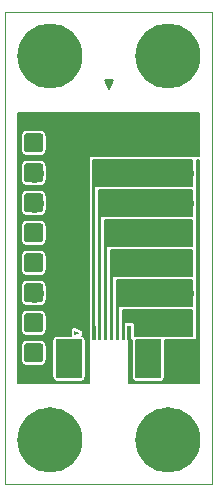
<source format=gtl>
G04 #@! TF.GenerationSoftware,KiCad,Pcbnew,(5.1.5-0-10_14)*
G04 #@! TF.CreationDate,2020-02-15T13:43:34+07:00*
G04 #@! TF.ProjectId,connector-breakout-a1,636f6e6e-6563-4746-9f72-2d627265616b,rev?*
G04 #@! TF.SameCoordinates,Original*
G04 #@! TF.FileFunction,Copper,L1,Top*
G04 #@! TF.FilePolarity,Positive*
%FSLAX46Y46*%
G04 Gerber Fmt 4.6, Leading zero omitted, Abs format (unit mm)*
G04 Created by KiCad (PCBNEW (5.1.5-0-10_14)) date 2020-02-15 13:43:34*
%MOMM*%
%LPD*%
G04 APERTURE LIST*
%ADD10C,0.010000*%
%ADD11C,0.100000*%
%ADD12C,5.500000*%
%ADD13C,0.700000*%
%ADD14C,1.600000*%
%ADD15C,0.200000*%
G04 APERTURE END LIST*
D10*
X100749999Y-110990000D02*
X83250001Y-110990000D01*
X83250001Y-110990000D02*
X83250000Y-70990000D01*
X100750001Y-70990000D02*
X100749999Y-110990000D01*
X83250000Y-70990000D02*
X100750000Y-70990000D01*
G04 #@! TA.AperFunction,SMDPad,CuDef*
D11*
G36*
X89080000Y-98385000D02*
G01*
X89080000Y-97995000D01*
X89580000Y-98185000D01*
X89580000Y-98195000D01*
X89080000Y-98385000D01*
G37*
G04 #@! TD.AperFunction*
G04 #@! TA.AperFunction,SMDPad,CuDef*
G36*
X96360704Y-98710477D02*
G01*
X96370314Y-98711902D01*
X96379738Y-98714263D01*
X96388886Y-98717536D01*
X96397668Y-98721690D01*
X96406001Y-98726685D01*
X96413805Y-98732472D01*
X96421004Y-98738996D01*
X96427528Y-98746195D01*
X96433315Y-98753999D01*
X96438310Y-98762332D01*
X96442464Y-98771114D01*
X96445737Y-98780262D01*
X96448098Y-98789686D01*
X96449523Y-98799296D01*
X96450000Y-98809000D01*
X96450000Y-101911000D01*
X96449523Y-101920704D01*
X96448098Y-101930314D01*
X96445737Y-101939738D01*
X96442464Y-101948886D01*
X96438310Y-101957668D01*
X96433315Y-101966001D01*
X96427528Y-101973805D01*
X96421004Y-101981004D01*
X96413805Y-101987528D01*
X96406001Y-101993315D01*
X96397668Y-101998310D01*
X96388886Y-102002464D01*
X96379738Y-102005737D01*
X96370314Y-102008098D01*
X96360704Y-102009523D01*
X96351000Y-102010000D01*
X94349000Y-102010000D01*
X94339296Y-102009523D01*
X94329686Y-102008098D01*
X94320262Y-102005737D01*
X94311114Y-102002464D01*
X94302332Y-101998310D01*
X94293999Y-101993315D01*
X94286195Y-101987528D01*
X94278996Y-101981004D01*
X94272472Y-101973805D01*
X94266685Y-101966001D01*
X94261690Y-101957668D01*
X94257536Y-101948886D01*
X94254263Y-101939738D01*
X94251902Y-101930314D01*
X94250477Y-101920704D01*
X94250000Y-101911000D01*
X94250000Y-98809000D01*
X94250477Y-98799296D01*
X94251902Y-98789686D01*
X94254263Y-98780262D01*
X94257536Y-98771114D01*
X94261690Y-98762332D01*
X94266685Y-98753999D01*
X94272472Y-98746195D01*
X94278996Y-98738996D01*
X94286195Y-98732472D01*
X94293999Y-98726685D01*
X94302332Y-98721690D01*
X94311114Y-98717536D01*
X94320262Y-98714263D01*
X94329686Y-98711902D01*
X94339296Y-98710477D01*
X94349000Y-98710000D01*
X96351000Y-98710000D01*
X96360704Y-98710477D01*
G37*
G04 #@! TD.AperFunction*
G04 #@! TA.AperFunction,SMDPad,CuDef*
G36*
X89660704Y-98710477D02*
G01*
X89670314Y-98711902D01*
X89679738Y-98714263D01*
X89688886Y-98717536D01*
X89697668Y-98721690D01*
X89706001Y-98726685D01*
X89713805Y-98732472D01*
X89721004Y-98738996D01*
X89727528Y-98746195D01*
X89733315Y-98753999D01*
X89738310Y-98762332D01*
X89742464Y-98771114D01*
X89745737Y-98780262D01*
X89748098Y-98789686D01*
X89749523Y-98799296D01*
X89750000Y-98809000D01*
X89750000Y-101911000D01*
X89749523Y-101920704D01*
X89748098Y-101930314D01*
X89745737Y-101939738D01*
X89742464Y-101948886D01*
X89738310Y-101957668D01*
X89733315Y-101966001D01*
X89727528Y-101973805D01*
X89721004Y-101981004D01*
X89713805Y-101987528D01*
X89706001Y-101993315D01*
X89697668Y-101998310D01*
X89688886Y-102002464D01*
X89679738Y-102005737D01*
X89670314Y-102008098D01*
X89660704Y-102009523D01*
X89651000Y-102010000D01*
X87649000Y-102010000D01*
X87639296Y-102009523D01*
X87629686Y-102008098D01*
X87620262Y-102005737D01*
X87611114Y-102002464D01*
X87602332Y-101998310D01*
X87593999Y-101993315D01*
X87586195Y-101987528D01*
X87578996Y-101981004D01*
X87572472Y-101973805D01*
X87566685Y-101966001D01*
X87561690Y-101957668D01*
X87557536Y-101948886D01*
X87554263Y-101939738D01*
X87551902Y-101930314D01*
X87550477Y-101920704D01*
X87550000Y-101911000D01*
X87550000Y-98809000D01*
X87550477Y-98799296D01*
X87551902Y-98789686D01*
X87554263Y-98780262D01*
X87557536Y-98771114D01*
X87561690Y-98762332D01*
X87566685Y-98753999D01*
X87572472Y-98746195D01*
X87578996Y-98738996D01*
X87586195Y-98732472D01*
X87593999Y-98726685D01*
X87602332Y-98721690D01*
X87611114Y-98717536D01*
X87620262Y-98714263D01*
X87629686Y-98711902D01*
X87639296Y-98710477D01*
X87649000Y-98710000D01*
X89651000Y-98710000D01*
X89660704Y-98710477D01*
G37*
G04 #@! TD.AperFunction*
G04 #@! TA.AperFunction,SMDPad,CuDef*
G36*
X93854811Y-97590241D02*
G01*
X93859674Y-97590963D01*
X93864443Y-97592157D01*
X93869072Y-97593814D01*
X93873517Y-97595916D01*
X93877734Y-97598443D01*
X93881683Y-97601372D01*
X93885326Y-97604674D01*
X93888628Y-97608317D01*
X93891557Y-97612266D01*
X93894084Y-97616483D01*
X93896186Y-97620928D01*
X93897843Y-97625557D01*
X93899037Y-97630326D01*
X93899759Y-97635189D01*
X93900000Y-97640100D01*
X93900000Y-98739900D01*
X93899759Y-98744811D01*
X93899037Y-98749674D01*
X93897843Y-98754443D01*
X93896186Y-98759072D01*
X93894084Y-98763517D01*
X93891557Y-98767734D01*
X93888628Y-98771683D01*
X93885326Y-98775326D01*
X93881683Y-98778628D01*
X93877734Y-98781557D01*
X93873517Y-98784084D01*
X93869072Y-98786186D01*
X93864443Y-98787843D01*
X93859674Y-98789037D01*
X93854811Y-98789759D01*
X93849900Y-98790000D01*
X93650100Y-98790000D01*
X93645189Y-98789759D01*
X93640326Y-98789037D01*
X93635557Y-98787843D01*
X93630928Y-98786186D01*
X93626483Y-98784084D01*
X93622266Y-98781557D01*
X93618317Y-98778628D01*
X93614674Y-98775326D01*
X93611372Y-98771683D01*
X93608443Y-98767734D01*
X93605916Y-98763517D01*
X93603814Y-98759072D01*
X93602157Y-98754443D01*
X93600963Y-98749674D01*
X93600241Y-98744811D01*
X93600000Y-98739900D01*
X93600000Y-97640100D01*
X93600241Y-97635189D01*
X93600963Y-97630326D01*
X93602157Y-97625557D01*
X93603814Y-97620928D01*
X93605916Y-97616483D01*
X93608443Y-97612266D01*
X93611372Y-97608317D01*
X93614674Y-97604674D01*
X93618317Y-97601372D01*
X93622266Y-97598443D01*
X93626483Y-97595916D01*
X93630928Y-97593814D01*
X93635557Y-97592157D01*
X93640326Y-97590963D01*
X93645189Y-97590241D01*
X93650100Y-97590000D01*
X93849900Y-97590000D01*
X93854811Y-97590241D01*
G37*
G04 #@! TD.AperFunction*
G04 #@! TA.AperFunction,SMDPad,CuDef*
G36*
X93354811Y-97590241D02*
G01*
X93359674Y-97590963D01*
X93364443Y-97592157D01*
X93369072Y-97593814D01*
X93373517Y-97595916D01*
X93377734Y-97598443D01*
X93381683Y-97601372D01*
X93385326Y-97604674D01*
X93388628Y-97608317D01*
X93391557Y-97612266D01*
X93394084Y-97616483D01*
X93396186Y-97620928D01*
X93397843Y-97625557D01*
X93399037Y-97630326D01*
X93399759Y-97635189D01*
X93400000Y-97640100D01*
X93400000Y-98739900D01*
X93399759Y-98744811D01*
X93399037Y-98749674D01*
X93397843Y-98754443D01*
X93396186Y-98759072D01*
X93394084Y-98763517D01*
X93391557Y-98767734D01*
X93388628Y-98771683D01*
X93385326Y-98775326D01*
X93381683Y-98778628D01*
X93377734Y-98781557D01*
X93373517Y-98784084D01*
X93369072Y-98786186D01*
X93364443Y-98787843D01*
X93359674Y-98789037D01*
X93354811Y-98789759D01*
X93349900Y-98790000D01*
X93150100Y-98790000D01*
X93145189Y-98789759D01*
X93140326Y-98789037D01*
X93135557Y-98787843D01*
X93130928Y-98786186D01*
X93126483Y-98784084D01*
X93122266Y-98781557D01*
X93118317Y-98778628D01*
X93114674Y-98775326D01*
X93111372Y-98771683D01*
X93108443Y-98767734D01*
X93105916Y-98763517D01*
X93103814Y-98759072D01*
X93102157Y-98754443D01*
X93100963Y-98749674D01*
X93100241Y-98744811D01*
X93100000Y-98739900D01*
X93100000Y-97640100D01*
X93100241Y-97635189D01*
X93100963Y-97630326D01*
X93102157Y-97625557D01*
X93103814Y-97620928D01*
X93105916Y-97616483D01*
X93108443Y-97612266D01*
X93111372Y-97608317D01*
X93114674Y-97604674D01*
X93118317Y-97601372D01*
X93122266Y-97598443D01*
X93126483Y-97595916D01*
X93130928Y-97593814D01*
X93135557Y-97592157D01*
X93140326Y-97590963D01*
X93145189Y-97590241D01*
X93150100Y-97590000D01*
X93349900Y-97590000D01*
X93354811Y-97590241D01*
G37*
G04 #@! TD.AperFunction*
G04 #@! TA.AperFunction,SMDPad,CuDef*
G36*
X92854811Y-97590241D02*
G01*
X92859674Y-97590963D01*
X92864443Y-97592157D01*
X92869072Y-97593814D01*
X92873517Y-97595916D01*
X92877734Y-97598443D01*
X92881683Y-97601372D01*
X92885326Y-97604674D01*
X92888628Y-97608317D01*
X92891557Y-97612266D01*
X92894084Y-97616483D01*
X92896186Y-97620928D01*
X92897843Y-97625557D01*
X92899037Y-97630326D01*
X92899759Y-97635189D01*
X92900000Y-97640100D01*
X92900000Y-98739900D01*
X92899759Y-98744811D01*
X92899037Y-98749674D01*
X92897843Y-98754443D01*
X92896186Y-98759072D01*
X92894084Y-98763517D01*
X92891557Y-98767734D01*
X92888628Y-98771683D01*
X92885326Y-98775326D01*
X92881683Y-98778628D01*
X92877734Y-98781557D01*
X92873517Y-98784084D01*
X92869072Y-98786186D01*
X92864443Y-98787843D01*
X92859674Y-98789037D01*
X92854811Y-98789759D01*
X92849900Y-98790000D01*
X92650100Y-98790000D01*
X92645189Y-98789759D01*
X92640326Y-98789037D01*
X92635557Y-98787843D01*
X92630928Y-98786186D01*
X92626483Y-98784084D01*
X92622266Y-98781557D01*
X92618317Y-98778628D01*
X92614674Y-98775326D01*
X92611372Y-98771683D01*
X92608443Y-98767734D01*
X92605916Y-98763517D01*
X92603814Y-98759072D01*
X92602157Y-98754443D01*
X92600963Y-98749674D01*
X92600241Y-98744811D01*
X92600000Y-98739900D01*
X92600000Y-97640100D01*
X92600241Y-97635189D01*
X92600963Y-97630326D01*
X92602157Y-97625557D01*
X92603814Y-97620928D01*
X92605916Y-97616483D01*
X92608443Y-97612266D01*
X92611372Y-97608317D01*
X92614674Y-97604674D01*
X92618317Y-97601372D01*
X92622266Y-97598443D01*
X92626483Y-97595916D01*
X92630928Y-97593814D01*
X92635557Y-97592157D01*
X92640326Y-97590963D01*
X92645189Y-97590241D01*
X92650100Y-97590000D01*
X92849900Y-97590000D01*
X92854811Y-97590241D01*
G37*
G04 #@! TD.AperFunction*
G04 #@! TA.AperFunction,SMDPad,CuDef*
G36*
X92354811Y-97590241D02*
G01*
X92359674Y-97590963D01*
X92364443Y-97592157D01*
X92369072Y-97593814D01*
X92373517Y-97595916D01*
X92377734Y-97598443D01*
X92381683Y-97601372D01*
X92385326Y-97604674D01*
X92388628Y-97608317D01*
X92391557Y-97612266D01*
X92394084Y-97616483D01*
X92396186Y-97620928D01*
X92397843Y-97625557D01*
X92399037Y-97630326D01*
X92399759Y-97635189D01*
X92400000Y-97640100D01*
X92400000Y-98739900D01*
X92399759Y-98744811D01*
X92399037Y-98749674D01*
X92397843Y-98754443D01*
X92396186Y-98759072D01*
X92394084Y-98763517D01*
X92391557Y-98767734D01*
X92388628Y-98771683D01*
X92385326Y-98775326D01*
X92381683Y-98778628D01*
X92377734Y-98781557D01*
X92373517Y-98784084D01*
X92369072Y-98786186D01*
X92364443Y-98787843D01*
X92359674Y-98789037D01*
X92354811Y-98789759D01*
X92349900Y-98790000D01*
X92150100Y-98790000D01*
X92145189Y-98789759D01*
X92140326Y-98789037D01*
X92135557Y-98787843D01*
X92130928Y-98786186D01*
X92126483Y-98784084D01*
X92122266Y-98781557D01*
X92118317Y-98778628D01*
X92114674Y-98775326D01*
X92111372Y-98771683D01*
X92108443Y-98767734D01*
X92105916Y-98763517D01*
X92103814Y-98759072D01*
X92102157Y-98754443D01*
X92100963Y-98749674D01*
X92100241Y-98744811D01*
X92100000Y-98739900D01*
X92100000Y-97640100D01*
X92100241Y-97635189D01*
X92100963Y-97630326D01*
X92102157Y-97625557D01*
X92103814Y-97620928D01*
X92105916Y-97616483D01*
X92108443Y-97612266D01*
X92111372Y-97608317D01*
X92114674Y-97604674D01*
X92118317Y-97601372D01*
X92122266Y-97598443D01*
X92126483Y-97595916D01*
X92130928Y-97593814D01*
X92135557Y-97592157D01*
X92140326Y-97590963D01*
X92145189Y-97590241D01*
X92150100Y-97590000D01*
X92349900Y-97590000D01*
X92354811Y-97590241D01*
G37*
G04 #@! TD.AperFunction*
G04 #@! TA.AperFunction,SMDPad,CuDef*
G36*
X91854811Y-97590241D02*
G01*
X91859674Y-97590963D01*
X91864443Y-97592157D01*
X91869072Y-97593814D01*
X91873517Y-97595916D01*
X91877734Y-97598443D01*
X91881683Y-97601372D01*
X91885326Y-97604674D01*
X91888628Y-97608317D01*
X91891557Y-97612266D01*
X91894084Y-97616483D01*
X91896186Y-97620928D01*
X91897843Y-97625557D01*
X91899037Y-97630326D01*
X91899759Y-97635189D01*
X91900000Y-97640100D01*
X91900000Y-98739900D01*
X91899759Y-98744811D01*
X91899037Y-98749674D01*
X91897843Y-98754443D01*
X91896186Y-98759072D01*
X91894084Y-98763517D01*
X91891557Y-98767734D01*
X91888628Y-98771683D01*
X91885326Y-98775326D01*
X91881683Y-98778628D01*
X91877734Y-98781557D01*
X91873517Y-98784084D01*
X91869072Y-98786186D01*
X91864443Y-98787843D01*
X91859674Y-98789037D01*
X91854811Y-98789759D01*
X91849900Y-98790000D01*
X91650100Y-98790000D01*
X91645189Y-98789759D01*
X91640326Y-98789037D01*
X91635557Y-98787843D01*
X91630928Y-98786186D01*
X91626483Y-98784084D01*
X91622266Y-98781557D01*
X91618317Y-98778628D01*
X91614674Y-98775326D01*
X91611372Y-98771683D01*
X91608443Y-98767734D01*
X91605916Y-98763517D01*
X91603814Y-98759072D01*
X91602157Y-98754443D01*
X91600963Y-98749674D01*
X91600241Y-98744811D01*
X91600000Y-98739900D01*
X91600000Y-97640100D01*
X91600241Y-97635189D01*
X91600963Y-97630326D01*
X91602157Y-97625557D01*
X91603814Y-97620928D01*
X91605916Y-97616483D01*
X91608443Y-97612266D01*
X91611372Y-97608317D01*
X91614674Y-97604674D01*
X91618317Y-97601372D01*
X91622266Y-97598443D01*
X91626483Y-97595916D01*
X91630928Y-97593814D01*
X91635557Y-97592157D01*
X91640326Y-97590963D01*
X91645189Y-97590241D01*
X91650100Y-97590000D01*
X91849900Y-97590000D01*
X91854811Y-97590241D01*
G37*
G04 #@! TD.AperFunction*
G04 #@! TA.AperFunction,SMDPad,CuDef*
G36*
X91354811Y-97590241D02*
G01*
X91359674Y-97590963D01*
X91364443Y-97592157D01*
X91369072Y-97593814D01*
X91373517Y-97595916D01*
X91377734Y-97598443D01*
X91381683Y-97601372D01*
X91385326Y-97604674D01*
X91388628Y-97608317D01*
X91391557Y-97612266D01*
X91394084Y-97616483D01*
X91396186Y-97620928D01*
X91397843Y-97625557D01*
X91399037Y-97630326D01*
X91399759Y-97635189D01*
X91400000Y-97640100D01*
X91400000Y-98739900D01*
X91399759Y-98744811D01*
X91399037Y-98749674D01*
X91397843Y-98754443D01*
X91396186Y-98759072D01*
X91394084Y-98763517D01*
X91391557Y-98767734D01*
X91388628Y-98771683D01*
X91385326Y-98775326D01*
X91381683Y-98778628D01*
X91377734Y-98781557D01*
X91373517Y-98784084D01*
X91369072Y-98786186D01*
X91364443Y-98787843D01*
X91359674Y-98789037D01*
X91354811Y-98789759D01*
X91349900Y-98790000D01*
X91150100Y-98790000D01*
X91145189Y-98789759D01*
X91140326Y-98789037D01*
X91135557Y-98787843D01*
X91130928Y-98786186D01*
X91126483Y-98784084D01*
X91122266Y-98781557D01*
X91118317Y-98778628D01*
X91114674Y-98775326D01*
X91111372Y-98771683D01*
X91108443Y-98767734D01*
X91105916Y-98763517D01*
X91103814Y-98759072D01*
X91102157Y-98754443D01*
X91100963Y-98749674D01*
X91100241Y-98744811D01*
X91100000Y-98739900D01*
X91100000Y-97640100D01*
X91100241Y-97635189D01*
X91100963Y-97630326D01*
X91102157Y-97625557D01*
X91103814Y-97620928D01*
X91105916Y-97616483D01*
X91108443Y-97612266D01*
X91111372Y-97608317D01*
X91114674Y-97604674D01*
X91118317Y-97601372D01*
X91122266Y-97598443D01*
X91126483Y-97595916D01*
X91130928Y-97593814D01*
X91135557Y-97592157D01*
X91140326Y-97590963D01*
X91145189Y-97590241D01*
X91150100Y-97590000D01*
X91349900Y-97590000D01*
X91354811Y-97590241D01*
G37*
G04 #@! TD.AperFunction*
G04 #@! TA.AperFunction,SMDPad,CuDef*
G36*
X90854811Y-97590241D02*
G01*
X90859674Y-97590963D01*
X90864443Y-97592157D01*
X90869072Y-97593814D01*
X90873517Y-97595916D01*
X90877734Y-97598443D01*
X90881683Y-97601372D01*
X90885326Y-97604674D01*
X90888628Y-97608317D01*
X90891557Y-97612266D01*
X90894084Y-97616483D01*
X90896186Y-97620928D01*
X90897843Y-97625557D01*
X90899037Y-97630326D01*
X90899759Y-97635189D01*
X90900000Y-97640100D01*
X90900000Y-98739900D01*
X90899759Y-98744811D01*
X90899037Y-98749674D01*
X90897843Y-98754443D01*
X90896186Y-98759072D01*
X90894084Y-98763517D01*
X90891557Y-98767734D01*
X90888628Y-98771683D01*
X90885326Y-98775326D01*
X90881683Y-98778628D01*
X90877734Y-98781557D01*
X90873517Y-98784084D01*
X90869072Y-98786186D01*
X90864443Y-98787843D01*
X90859674Y-98789037D01*
X90854811Y-98789759D01*
X90849900Y-98790000D01*
X90650100Y-98790000D01*
X90645189Y-98789759D01*
X90640326Y-98789037D01*
X90635557Y-98787843D01*
X90630928Y-98786186D01*
X90626483Y-98784084D01*
X90622266Y-98781557D01*
X90618317Y-98778628D01*
X90614674Y-98775326D01*
X90611372Y-98771683D01*
X90608443Y-98767734D01*
X90605916Y-98763517D01*
X90603814Y-98759072D01*
X90602157Y-98754443D01*
X90600963Y-98749674D01*
X90600241Y-98744811D01*
X90600000Y-98739900D01*
X90600000Y-97640100D01*
X90600241Y-97635189D01*
X90600963Y-97630326D01*
X90602157Y-97625557D01*
X90603814Y-97620928D01*
X90605916Y-97616483D01*
X90608443Y-97612266D01*
X90611372Y-97608317D01*
X90614674Y-97604674D01*
X90618317Y-97601372D01*
X90622266Y-97598443D01*
X90626483Y-97595916D01*
X90630928Y-97593814D01*
X90635557Y-97592157D01*
X90640326Y-97590963D01*
X90645189Y-97590241D01*
X90650100Y-97590000D01*
X90849900Y-97590000D01*
X90854811Y-97590241D01*
G37*
G04 #@! TD.AperFunction*
G04 #@! TA.AperFunction,SMDPad,CuDef*
G36*
X90354811Y-97590241D02*
G01*
X90359674Y-97590963D01*
X90364443Y-97592157D01*
X90369072Y-97593814D01*
X90373517Y-97595916D01*
X90377734Y-97598443D01*
X90381683Y-97601372D01*
X90385326Y-97604674D01*
X90388628Y-97608317D01*
X90391557Y-97612266D01*
X90394084Y-97616483D01*
X90396186Y-97620928D01*
X90397843Y-97625557D01*
X90399037Y-97630326D01*
X90399759Y-97635189D01*
X90400000Y-97640100D01*
X90400000Y-98739900D01*
X90399759Y-98744811D01*
X90399037Y-98749674D01*
X90397843Y-98754443D01*
X90396186Y-98759072D01*
X90394084Y-98763517D01*
X90391557Y-98767734D01*
X90388628Y-98771683D01*
X90385326Y-98775326D01*
X90381683Y-98778628D01*
X90377734Y-98781557D01*
X90373517Y-98784084D01*
X90369072Y-98786186D01*
X90364443Y-98787843D01*
X90359674Y-98789037D01*
X90354811Y-98789759D01*
X90349900Y-98790000D01*
X90150100Y-98790000D01*
X90145189Y-98789759D01*
X90140326Y-98789037D01*
X90135557Y-98787843D01*
X90130928Y-98786186D01*
X90126483Y-98784084D01*
X90122266Y-98781557D01*
X90118317Y-98778628D01*
X90114674Y-98775326D01*
X90111372Y-98771683D01*
X90108443Y-98767734D01*
X90105916Y-98763517D01*
X90103814Y-98759072D01*
X90102157Y-98754443D01*
X90100963Y-98749674D01*
X90100241Y-98744811D01*
X90100000Y-98739900D01*
X90100000Y-97640100D01*
X90100241Y-97635189D01*
X90100963Y-97630326D01*
X90102157Y-97625557D01*
X90103814Y-97620928D01*
X90105916Y-97616483D01*
X90108443Y-97612266D01*
X90111372Y-97608317D01*
X90114674Y-97604674D01*
X90118317Y-97601372D01*
X90122266Y-97598443D01*
X90126483Y-97595916D01*
X90130928Y-97593814D01*
X90135557Y-97592157D01*
X90140326Y-97590963D01*
X90145189Y-97590241D01*
X90150100Y-97590000D01*
X90349900Y-97590000D01*
X90354811Y-97590241D01*
G37*
G04 #@! TD.AperFunction*
G04 #@! TA.AperFunction,ComponentPad*
G36*
X86269603Y-99080963D02*
G01*
X86289018Y-99083843D01*
X86308057Y-99088612D01*
X86326537Y-99095224D01*
X86344279Y-99103616D01*
X86361114Y-99113706D01*
X86376879Y-99125398D01*
X86391421Y-99138579D01*
X86404602Y-99153121D01*
X86416294Y-99168886D01*
X86426384Y-99185721D01*
X86434776Y-99203463D01*
X86441388Y-99221943D01*
X86446157Y-99240982D01*
X86449037Y-99260397D01*
X86450000Y-99280000D01*
X86450000Y-100480000D01*
X86449037Y-100499603D01*
X86446157Y-100519018D01*
X86441388Y-100538057D01*
X86434776Y-100556537D01*
X86426384Y-100574279D01*
X86416294Y-100591114D01*
X86404602Y-100606879D01*
X86391421Y-100621421D01*
X86376879Y-100634602D01*
X86361114Y-100646294D01*
X86344279Y-100656384D01*
X86326537Y-100664776D01*
X86308057Y-100671388D01*
X86289018Y-100676157D01*
X86269603Y-100679037D01*
X86250000Y-100680000D01*
X85050000Y-100680000D01*
X85030397Y-100679037D01*
X85010982Y-100676157D01*
X84991943Y-100671388D01*
X84973463Y-100664776D01*
X84955721Y-100656384D01*
X84938886Y-100646294D01*
X84923121Y-100634602D01*
X84908579Y-100621421D01*
X84895398Y-100606879D01*
X84883706Y-100591114D01*
X84873616Y-100574279D01*
X84865224Y-100556537D01*
X84858612Y-100538057D01*
X84853843Y-100519018D01*
X84850963Y-100499603D01*
X84850000Y-100480000D01*
X84850000Y-99280000D01*
X84850963Y-99260397D01*
X84853843Y-99240982D01*
X84858612Y-99221943D01*
X84865224Y-99203463D01*
X84873616Y-99185721D01*
X84883706Y-99168886D01*
X84895398Y-99153121D01*
X84908579Y-99138579D01*
X84923121Y-99125398D01*
X84938886Y-99113706D01*
X84955721Y-99103616D01*
X84973463Y-99095224D01*
X84991943Y-99088612D01*
X85010982Y-99083843D01*
X85030397Y-99080963D01*
X85050000Y-99080000D01*
X86250000Y-99080000D01*
X86269603Y-99080963D01*
G37*
G04 #@! TD.AperFunction*
G04 #@! TA.AperFunction,ComponentPad*
G36*
X86269603Y-96540963D02*
G01*
X86289018Y-96543843D01*
X86308057Y-96548612D01*
X86326537Y-96555224D01*
X86344279Y-96563616D01*
X86361114Y-96573706D01*
X86376879Y-96585398D01*
X86391421Y-96598579D01*
X86404602Y-96613121D01*
X86416294Y-96628886D01*
X86426384Y-96645721D01*
X86434776Y-96663463D01*
X86441388Y-96681943D01*
X86446157Y-96700982D01*
X86449037Y-96720397D01*
X86450000Y-96740000D01*
X86450000Y-97940000D01*
X86449037Y-97959603D01*
X86446157Y-97979018D01*
X86441388Y-97998057D01*
X86434776Y-98016537D01*
X86426384Y-98034279D01*
X86416294Y-98051114D01*
X86404602Y-98066879D01*
X86391421Y-98081421D01*
X86376879Y-98094602D01*
X86361114Y-98106294D01*
X86344279Y-98116384D01*
X86326537Y-98124776D01*
X86308057Y-98131388D01*
X86289018Y-98136157D01*
X86269603Y-98139037D01*
X86250000Y-98140000D01*
X85050000Y-98140000D01*
X85030397Y-98139037D01*
X85010982Y-98136157D01*
X84991943Y-98131388D01*
X84973463Y-98124776D01*
X84955721Y-98116384D01*
X84938886Y-98106294D01*
X84923121Y-98094602D01*
X84908579Y-98081421D01*
X84895398Y-98066879D01*
X84883706Y-98051114D01*
X84873616Y-98034279D01*
X84865224Y-98016537D01*
X84858612Y-97998057D01*
X84853843Y-97979018D01*
X84850963Y-97959603D01*
X84850000Y-97940000D01*
X84850000Y-96740000D01*
X84850963Y-96720397D01*
X84853843Y-96700982D01*
X84858612Y-96681943D01*
X84865224Y-96663463D01*
X84873616Y-96645721D01*
X84883706Y-96628886D01*
X84895398Y-96613121D01*
X84908579Y-96598579D01*
X84923121Y-96585398D01*
X84938886Y-96573706D01*
X84955721Y-96563616D01*
X84973463Y-96555224D01*
X84991943Y-96548612D01*
X85010982Y-96543843D01*
X85030397Y-96540963D01*
X85050000Y-96540000D01*
X86250000Y-96540000D01*
X86269603Y-96540963D01*
G37*
G04 #@! TD.AperFunction*
G04 #@! TA.AperFunction,ComponentPad*
G36*
X86269603Y-94000963D02*
G01*
X86289018Y-94003843D01*
X86308057Y-94008612D01*
X86326537Y-94015224D01*
X86344279Y-94023616D01*
X86361114Y-94033706D01*
X86376879Y-94045398D01*
X86391421Y-94058579D01*
X86404602Y-94073121D01*
X86416294Y-94088886D01*
X86426384Y-94105721D01*
X86434776Y-94123463D01*
X86441388Y-94141943D01*
X86446157Y-94160982D01*
X86449037Y-94180397D01*
X86450000Y-94200000D01*
X86450000Y-95400000D01*
X86449037Y-95419603D01*
X86446157Y-95439018D01*
X86441388Y-95458057D01*
X86434776Y-95476537D01*
X86426384Y-95494279D01*
X86416294Y-95511114D01*
X86404602Y-95526879D01*
X86391421Y-95541421D01*
X86376879Y-95554602D01*
X86361114Y-95566294D01*
X86344279Y-95576384D01*
X86326537Y-95584776D01*
X86308057Y-95591388D01*
X86289018Y-95596157D01*
X86269603Y-95599037D01*
X86250000Y-95600000D01*
X85050000Y-95600000D01*
X85030397Y-95599037D01*
X85010982Y-95596157D01*
X84991943Y-95591388D01*
X84973463Y-95584776D01*
X84955721Y-95576384D01*
X84938886Y-95566294D01*
X84923121Y-95554602D01*
X84908579Y-95541421D01*
X84895398Y-95526879D01*
X84883706Y-95511114D01*
X84873616Y-95494279D01*
X84865224Y-95476537D01*
X84858612Y-95458057D01*
X84853843Y-95439018D01*
X84850963Y-95419603D01*
X84850000Y-95400000D01*
X84850000Y-94200000D01*
X84850963Y-94180397D01*
X84853843Y-94160982D01*
X84858612Y-94141943D01*
X84865224Y-94123463D01*
X84873616Y-94105721D01*
X84883706Y-94088886D01*
X84895398Y-94073121D01*
X84908579Y-94058579D01*
X84923121Y-94045398D01*
X84938886Y-94033706D01*
X84955721Y-94023616D01*
X84973463Y-94015224D01*
X84991943Y-94008612D01*
X85010982Y-94003843D01*
X85030397Y-94000963D01*
X85050000Y-94000000D01*
X86250000Y-94000000D01*
X86269603Y-94000963D01*
G37*
G04 #@! TD.AperFunction*
G04 #@! TA.AperFunction,ComponentPad*
G36*
X86269603Y-91460963D02*
G01*
X86289018Y-91463843D01*
X86308057Y-91468612D01*
X86326537Y-91475224D01*
X86344279Y-91483616D01*
X86361114Y-91493706D01*
X86376879Y-91505398D01*
X86391421Y-91518579D01*
X86404602Y-91533121D01*
X86416294Y-91548886D01*
X86426384Y-91565721D01*
X86434776Y-91583463D01*
X86441388Y-91601943D01*
X86446157Y-91620982D01*
X86449037Y-91640397D01*
X86450000Y-91660000D01*
X86450000Y-92860000D01*
X86449037Y-92879603D01*
X86446157Y-92899018D01*
X86441388Y-92918057D01*
X86434776Y-92936537D01*
X86426384Y-92954279D01*
X86416294Y-92971114D01*
X86404602Y-92986879D01*
X86391421Y-93001421D01*
X86376879Y-93014602D01*
X86361114Y-93026294D01*
X86344279Y-93036384D01*
X86326537Y-93044776D01*
X86308057Y-93051388D01*
X86289018Y-93056157D01*
X86269603Y-93059037D01*
X86250000Y-93060000D01*
X85050000Y-93060000D01*
X85030397Y-93059037D01*
X85010982Y-93056157D01*
X84991943Y-93051388D01*
X84973463Y-93044776D01*
X84955721Y-93036384D01*
X84938886Y-93026294D01*
X84923121Y-93014602D01*
X84908579Y-93001421D01*
X84895398Y-92986879D01*
X84883706Y-92971114D01*
X84873616Y-92954279D01*
X84865224Y-92936537D01*
X84858612Y-92918057D01*
X84853843Y-92899018D01*
X84850963Y-92879603D01*
X84850000Y-92860000D01*
X84850000Y-91660000D01*
X84850963Y-91640397D01*
X84853843Y-91620982D01*
X84858612Y-91601943D01*
X84865224Y-91583463D01*
X84873616Y-91565721D01*
X84883706Y-91548886D01*
X84895398Y-91533121D01*
X84908579Y-91518579D01*
X84923121Y-91505398D01*
X84938886Y-91493706D01*
X84955721Y-91483616D01*
X84973463Y-91475224D01*
X84991943Y-91468612D01*
X85010982Y-91463843D01*
X85030397Y-91460963D01*
X85050000Y-91460000D01*
X86250000Y-91460000D01*
X86269603Y-91460963D01*
G37*
G04 #@! TD.AperFunction*
G04 #@! TA.AperFunction,ComponentPad*
G36*
X86269603Y-88920963D02*
G01*
X86289018Y-88923843D01*
X86308057Y-88928612D01*
X86326537Y-88935224D01*
X86344279Y-88943616D01*
X86361114Y-88953706D01*
X86376879Y-88965398D01*
X86391421Y-88978579D01*
X86404602Y-88993121D01*
X86416294Y-89008886D01*
X86426384Y-89025721D01*
X86434776Y-89043463D01*
X86441388Y-89061943D01*
X86446157Y-89080982D01*
X86449037Y-89100397D01*
X86450000Y-89120000D01*
X86450000Y-90320000D01*
X86449037Y-90339603D01*
X86446157Y-90359018D01*
X86441388Y-90378057D01*
X86434776Y-90396537D01*
X86426384Y-90414279D01*
X86416294Y-90431114D01*
X86404602Y-90446879D01*
X86391421Y-90461421D01*
X86376879Y-90474602D01*
X86361114Y-90486294D01*
X86344279Y-90496384D01*
X86326537Y-90504776D01*
X86308057Y-90511388D01*
X86289018Y-90516157D01*
X86269603Y-90519037D01*
X86250000Y-90520000D01*
X85050000Y-90520000D01*
X85030397Y-90519037D01*
X85010982Y-90516157D01*
X84991943Y-90511388D01*
X84973463Y-90504776D01*
X84955721Y-90496384D01*
X84938886Y-90486294D01*
X84923121Y-90474602D01*
X84908579Y-90461421D01*
X84895398Y-90446879D01*
X84883706Y-90431114D01*
X84873616Y-90414279D01*
X84865224Y-90396537D01*
X84858612Y-90378057D01*
X84853843Y-90359018D01*
X84850963Y-90339603D01*
X84850000Y-90320000D01*
X84850000Y-89120000D01*
X84850963Y-89100397D01*
X84853843Y-89080982D01*
X84858612Y-89061943D01*
X84865224Y-89043463D01*
X84873616Y-89025721D01*
X84883706Y-89008886D01*
X84895398Y-88993121D01*
X84908579Y-88978579D01*
X84923121Y-88965398D01*
X84938886Y-88953706D01*
X84955721Y-88943616D01*
X84973463Y-88935224D01*
X84991943Y-88928612D01*
X85010982Y-88923843D01*
X85030397Y-88920963D01*
X85050000Y-88920000D01*
X86250000Y-88920000D01*
X86269603Y-88920963D01*
G37*
G04 #@! TD.AperFunction*
G04 #@! TA.AperFunction,ComponentPad*
G36*
X86269603Y-86380963D02*
G01*
X86289018Y-86383843D01*
X86308057Y-86388612D01*
X86326537Y-86395224D01*
X86344279Y-86403616D01*
X86361114Y-86413706D01*
X86376879Y-86425398D01*
X86391421Y-86438579D01*
X86404602Y-86453121D01*
X86416294Y-86468886D01*
X86426384Y-86485721D01*
X86434776Y-86503463D01*
X86441388Y-86521943D01*
X86446157Y-86540982D01*
X86449037Y-86560397D01*
X86450000Y-86580000D01*
X86450000Y-87780000D01*
X86449037Y-87799603D01*
X86446157Y-87819018D01*
X86441388Y-87838057D01*
X86434776Y-87856537D01*
X86426384Y-87874279D01*
X86416294Y-87891114D01*
X86404602Y-87906879D01*
X86391421Y-87921421D01*
X86376879Y-87934602D01*
X86361114Y-87946294D01*
X86344279Y-87956384D01*
X86326537Y-87964776D01*
X86308057Y-87971388D01*
X86289018Y-87976157D01*
X86269603Y-87979037D01*
X86250000Y-87980000D01*
X85050000Y-87980000D01*
X85030397Y-87979037D01*
X85010982Y-87976157D01*
X84991943Y-87971388D01*
X84973463Y-87964776D01*
X84955721Y-87956384D01*
X84938886Y-87946294D01*
X84923121Y-87934602D01*
X84908579Y-87921421D01*
X84895398Y-87906879D01*
X84883706Y-87891114D01*
X84873616Y-87874279D01*
X84865224Y-87856537D01*
X84858612Y-87838057D01*
X84853843Y-87819018D01*
X84850963Y-87799603D01*
X84850000Y-87780000D01*
X84850000Y-86580000D01*
X84850963Y-86560397D01*
X84853843Y-86540982D01*
X84858612Y-86521943D01*
X84865224Y-86503463D01*
X84873616Y-86485721D01*
X84883706Y-86468886D01*
X84895398Y-86453121D01*
X84908579Y-86438579D01*
X84923121Y-86425398D01*
X84938886Y-86413706D01*
X84955721Y-86403616D01*
X84973463Y-86395224D01*
X84991943Y-86388612D01*
X85010982Y-86383843D01*
X85030397Y-86380963D01*
X85050000Y-86380000D01*
X86250000Y-86380000D01*
X86269603Y-86380963D01*
G37*
G04 #@! TD.AperFunction*
G04 #@! TA.AperFunction,ComponentPad*
G36*
X86269603Y-83840963D02*
G01*
X86289018Y-83843843D01*
X86308057Y-83848612D01*
X86326537Y-83855224D01*
X86344279Y-83863616D01*
X86361114Y-83873706D01*
X86376879Y-83885398D01*
X86391421Y-83898579D01*
X86404602Y-83913121D01*
X86416294Y-83928886D01*
X86426384Y-83945721D01*
X86434776Y-83963463D01*
X86441388Y-83981943D01*
X86446157Y-84000982D01*
X86449037Y-84020397D01*
X86450000Y-84040000D01*
X86450000Y-85240000D01*
X86449037Y-85259603D01*
X86446157Y-85279018D01*
X86441388Y-85298057D01*
X86434776Y-85316537D01*
X86426384Y-85334279D01*
X86416294Y-85351114D01*
X86404602Y-85366879D01*
X86391421Y-85381421D01*
X86376879Y-85394602D01*
X86361114Y-85406294D01*
X86344279Y-85416384D01*
X86326537Y-85424776D01*
X86308057Y-85431388D01*
X86289018Y-85436157D01*
X86269603Y-85439037D01*
X86250000Y-85440000D01*
X85050000Y-85440000D01*
X85030397Y-85439037D01*
X85010982Y-85436157D01*
X84991943Y-85431388D01*
X84973463Y-85424776D01*
X84955721Y-85416384D01*
X84938886Y-85406294D01*
X84923121Y-85394602D01*
X84908579Y-85381421D01*
X84895398Y-85366879D01*
X84883706Y-85351114D01*
X84873616Y-85334279D01*
X84865224Y-85316537D01*
X84858612Y-85298057D01*
X84853843Y-85279018D01*
X84850963Y-85259603D01*
X84850000Y-85240000D01*
X84850000Y-84040000D01*
X84850963Y-84020397D01*
X84853843Y-84000982D01*
X84858612Y-83981943D01*
X84865224Y-83963463D01*
X84873616Y-83945721D01*
X84883706Y-83928886D01*
X84895398Y-83913121D01*
X84908579Y-83898579D01*
X84923121Y-83885398D01*
X84938886Y-83873706D01*
X84955721Y-83863616D01*
X84973463Y-83855224D01*
X84991943Y-83848612D01*
X85010982Y-83843843D01*
X85030397Y-83840963D01*
X85050000Y-83840000D01*
X86250000Y-83840000D01*
X86269603Y-83840963D01*
G37*
G04 #@! TD.AperFunction*
G04 #@! TA.AperFunction,ComponentPad*
G36*
X86269603Y-81300963D02*
G01*
X86289018Y-81303843D01*
X86308057Y-81308612D01*
X86326537Y-81315224D01*
X86344279Y-81323616D01*
X86361114Y-81333706D01*
X86376879Y-81345398D01*
X86391421Y-81358579D01*
X86404602Y-81373121D01*
X86416294Y-81388886D01*
X86426384Y-81405721D01*
X86434776Y-81423463D01*
X86441388Y-81441943D01*
X86446157Y-81460982D01*
X86449037Y-81480397D01*
X86450000Y-81500000D01*
X86450000Y-82700000D01*
X86449037Y-82719603D01*
X86446157Y-82739018D01*
X86441388Y-82758057D01*
X86434776Y-82776537D01*
X86426384Y-82794279D01*
X86416294Y-82811114D01*
X86404602Y-82826879D01*
X86391421Y-82841421D01*
X86376879Y-82854602D01*
X86361114Y-82866294D01*
X86344279Y-82876384D01*
X86326537Y-82884776D01*
X86308057Y-82891388D01*
X86289018Y-82896157D01*
X86269603Y-82899037D01*
X86250000Y-82900000D01*
X85050000Y-82900000D01*
X85030397Y-82899037D01*
X85010982Y-82896157D01*
X84991943Y-82891388D01*
X84973463Y-82884776D01*
X84955721Y-82876384D01*
X84938886Y-82866294D01*
X84923121Y-82854602D01*
X84908579Y-82841421D01*
X84895398Y-82826879D01*
X84883706Y-82811114D01*
X84873616Y-82794279D01*
X84865224Y-82776537D01*
X84858612Y-82758057D01*
X84853843Y-82739018D01*
X84850963Y-82719603D01*
X84850000Y-82700000D01*
X84850000Y-81500000D01*
X84850963Y-81480397D01*
X84853843Y-81460982D01*
X84858612Y-81441943D01*
X84865224Y-81423463D01*
X84873616Y-81405721D01*
X84883706Y-81388886D01*
X84895398Y-81373121D01*
X84908579Y-81358579D01*
X84923121Y-81345398D01*
X84938886Y-81333706D01*
X84955721Y-81323616D01*
X84973463Y-81315224D01*
X84991943Y-81308612D01*
X85010982Y-81303843D01*
X85030397Y-81300963D01*
X85050000Y-81300000D01*
X86250000Y-81300000D01*
X86269603Y-81300963D01*
G37*
G04 #@! TD.AperFunction*
G04 #@! TA.AperFunction,ComponentPad*
G36*
X98969603Y-99080963D02*
G01*
X98989018Y-99083843D01*
X99008057Y-99088612D01*
X99026537Y-99095224D01*
X99044279Y-99103616D01*
X99061114Y-99113706D01*
X99076879Y-99125398D01*
X99091421Y-99138579D01*
X99104602Y-99153121D01*
X99116294Y-99168886D01*
X99126384Y-99185721D01*
X99134776Y-99203463D01*
X99141388Y-99221943D01*
X99146157Y-99240982D01*
X99149037Y-99260397D01*
X99150000Y-99280000D01*
X99150000Y-100480000D01*
X99149037Y-100499603D01*
X99146157Y-100519018D01*
X99141388Y-100538057D01*
X99134776Y-100556537D01*
X99126384Y-100574279D01*
X99116294Y-100591114D01*
X99104602Y-100606879D01*
X99091421Y-100621421D01*
X99076879Y-100634602D01*
X99061114Y-100646294D01*
X99044279Y-100656384D01*
X99026537Y-100664776D01*
X99008057Y-100671388D01*
X98989018Y-100676157D01*
X98969603Y-100679037D01*
X98950000Y-100680000D01*
X97750000Y-100680000D01*
X97730397Y-100679037D01*
X97710982Y-100676157D01*
X97691943Y-100671388D01*
X97673463Y-100664776D01*
X97655721Y-100656384D01*
X97638886Y-100646294D01*
X97623121Y-100634602D01*
X97608579Y-100621421D01*
X97595398Y-100606879D01*
X97583706Y-100591114D01*
X97573616Y-100574279D01*
X97565224Y-100556537D01*
X97558612Y-100538057D01*
X97553843Y-100519018D01*
X97550963Y-100499603D01*
X97550000Y-100480000D01*
X97550000Y-99280000D01*
X97550963Y-99260397D01*
X97553843Y-99240982D01*
X97558612Y-99221943D01*
X97565224Y-99203463D01*
X97573616Y-99185721D01*
X97583706Y-99168886D01*
X97595398Y-99153121D01*
X97608579Y-99138579D01*
X97623121Y-99125398D01*
X97638886Y-99113706D01*
X97655721Y-99103616D01*
X97673463Y-99095224D01*
X97691943Y-99088612D01*
X97710982Y-99083843D01*
X97730397Y-99080963D01*
X97750000Y-99080000D01*
X98950000Y-99080000D01*
X98969603Y-99080963D01*
G37*
G04 #@! TD.AperFunction*
G04 #@! TA.AperFunction,ComponentPad*
G36*
X98969603Y-96540963D02*
G01*
X98989018Y-96543843D01*
X99008057Y-96548612D01*
X99026537Y-96555224D01*
X99044279Y-96563616D01*
X99061114Y-96573706D01*
X99076879Y-96585398D01*
X99091421Y-96598579D01*
X99104602Y-96613121D01*
X99116294Y-96628886D01*
X99126384Y-96645721D01*
X99134776Y-96663463D01*
X99141388Y-96681943D01*
X99146157Y-96700982D01*
X99149037Y-96720397D01*
X99150000Y-96740000D01*
X99150000Y-97940000D01*
X99149037Y-97959603D01*
X99146157Y-97979018D01*
X99141388Y-97998057D01*
X99134776Y-98016537D01*
X99126384Y-98034279D01*
X99116294Y-98051114D01*
X99104602Y-98066879D01*
X99091421Y-98081421D01*
X99076879Y-98094602D01*
X99061114Y-98106294D01*
X99044279Y-98116384D01*
X99026537Y-98124776D01*
X99008057Y-98131388D01*
X98989018Y-98136157D01*
X98969603Y-98139037D01*
X98950000Y-98140000D01*
X97750000Y-98140000D01*
X97730397Y-98139037D01*
X97710982Y-98136157D01*
X97691943Y-98131388D01*
X97673463Y-98124776D01*
X97655721Y-98116384D01*
X97638886Y-98106294D01*
X97623121Y-98094602D01*
X97608579Y-98081421D01*
X97595398Y-98066879D01*
X97583706Y-98051114D01*
X97573616Y-98034279D01*
X97565224Y-98016537D01*
X97558612Y-97998057D01*
X97553843Y-97979018D01*
X97550963Y-97959603D01*
X97550000Y-97940000D01*
X97550000Y-96740000D01*
X97550963Y-96720397D01*
X97553843Y-96700982D01*
X97558612Y-96681943D01*
X97565224Y-96663463D01*
X97573616Y-96645721D01*
X97583706Y-96628886D01*
X97595398Y-96613121D01*
X97608579Y-96598579D01*
X97623121Y-96585398D01*
X97638886Y-96573706D01*
X97655721Y-96563616D01*
X97673463Y-96555224D01*
X97691943Y-96548612D01*
X97710982Y-96543843D01*
X97730397Y-96540963D01*
X97750000Y-96540000D01*
X98950000Y-96540000D01*
X98969603Y-96540963D01*
G37*
G04 #@! TD.AperFunction*
G04 #@! TA.AperFunction,ComponentPad*
G36*
X98969603Y-94000963D02*
G01*
X98989018Y-94003843D01*
X99008057Y-94008612D01*
X99026537Y-94015224D01*
X99044279Y-94023616D01*
X99061114Y-94033706D01*
X99076879Y-94045398D01*
X99091421Y-94058579D01*
X99104602Y-94073121D01*
X99116294Y-94088886D01*
X99126384Y-94105721D01*
X99134776Y-94123463D01*
X99141388Y-94141943D01*
X99146157Y-94160982D01*
X99149037Y-94180397D01*
X99150000Y-94200000D01*
X99150000Y-95400000D01*
X99149037Y-95419603D01*
X99146157Y-95439018D01*
X99141388Y-95458057D01*
X99134776Y-95476537D01*
X99126384Y-95494279D01*
X99116294Y-95511114D01*
X99104602Y-95526879D01*
X99091421Y-95541421D01*
X99076879Y-95554602D01*
X99061114Y-95566294D01*
X99044279Y-95576384D01*
X99026537Y-95584776D01*
X99008057Y-95591388D01*
X98989018Y-95596157D01*
X98969603Y-95599037D01*
X98950000Y-95600000D01*
X97750000Y-95600000D01*
X97730397Y-95599037D01*
X97710982Y-95596157D01*
X97691943Y-95591388D01*
X97673463Y-95584776D01*
X97655721Y-95576384D01*
X97638886Y-95566294D01*
X97623121Y-95554602D01*
X97608579Y-95541421D01*
X97595398Y-95526879D01*
X97583706Y-95511114D01*
X97573616Y-95494279D01*
X97565224Y-95476537D01*
X97558612Y-95458057D01*
X97553843Y-95439018D01*
X97550963Y-95419603D01*
X97550000Y-95400000D01*
X97550000Y-94200000D01*
X97550963Y-94180397D01*
X97553843Y-94160982D01*
X97558612Y-94141943D01*
X97565224Y-94123463D01*
X97573616Y-94105721D01*
X97583706Y-94088886D01*
X97595398Y-94073121D01*
X97608579Y-94058579D01*
X97623121Y-94045398D01*
X97638886Y-94033706D01*
X97655721Y-94023616D01*
X97673463Y-94015224D01*
X97691943Y-94008612D01*
X97710982Y-94003843D01*
X97730397Y-94000963D01*
X97750000Y-94000000D01*
X98950000Y-94000000D01*
X98969603Y-94000963D01*
G37*
G04 #@! TD.AperFunction*
G04 #@! TA.AperFunction,ComponentPad*
G36*
X98969603Y-91460963D02*
G01*
X98989018Y-91463843D01*
X99008057Y-91468612D01*
X99026537Y-91475224D01*
X99044279Y-91483616D01*
X99061114Y-91493706D01*
X99076879Y-91505398D01*
X99091421Y-91518579D01*
X99104602Y-91533121D01*
X99116294Y-91548886D01*
X99126384Y-91565721D01*
X99134776Y-91583463D01*
X99141388Y-91601943D01*
X99146157Y-91620982D01*
X99149037Y-91640397D01*
X99150000Y-91660000D01*
X99150000Y-92860000D01*
X99149037Y-92879603D01*
X99146157Y-92899018D01*
X99141388Y-92918057D01*
X99134776Y-92936537D01*
X99126384Y-92954279D01*
X99116294Y-92971114D01*
X99104602Y-92986879D01*
X99091421Y-93001421D01*
X99076879Y-93014602D01*
X99061114Y-93026294D01*
X99044279Y-93036384D01*
X99026537Y-93044776D01*
X99008057Y-93051388D01*
X98989018Y-93056157D01*
X98969603Y-93059037D01*
X98950000Y-93060000D01*
X97750000Y-93060000D01*
X97730397Y-93059037D01*
X97710982Y-93056157D01*
X97691943Y-93051388D01*
X97673463Y-93044776D01*
X97655721Y-93036384D01*
X97638886Y-93026294D01*
X97623121Y-93014602D01*
X97608579Y-93001421D01*
X97595398Y-92986879D01*
X97583706Y-92971114D01*
X97573616Y-92954279D01*
X97565224Y-92936537D01*
X97558612Y-92918057D01*
X97553843Y-92899018D01*
X97550963Y-92879603D01*
X97550000Y-92860000D01*
X97550000Y-91660000D01*
X97550963Y-91640397D01*
X97553843Y-91620982D01*
X97558612Y-91601943D01*
X97565224Y-91583463D01*
X97573616Y-91565721D01*
X97583706Y-91548886D01*
X97595398Y-91533121D01*
X97608579Y-91518579D01*
X97623121Y-91505398D01*
X97638886Y-91493706D01*
X97655721Y-91483616D01*
X97673463Y-91475224D01*
X97691943Y-91468612D01*
X97710982Y-91463843D01*
X97730397Y-91460963D01*
X97750000Y-91460000D01*
X98950000Y-91460000D01*
X98969603Y-91460963D01*
G37*
G04 #@! TD.AperFunction*
G04 #@! TA.AperFunction,ComponentPad*
G36*
X98969603Y-88920963D02*
G01*
X98989018Y-88923843D01*
X99008057Y-88928612D01*
X99026537Y-88935224D01*
X99044279Y-88943616D01*
X99061114Y-88953706D01*
X99076879Y-88965398D01*
X99091421Y-88978579D01*
X99104602Y-88993121D01*
X99116294Y-89008886D01*
X99126384Y-89025721D01*
X99134776Y-89043463D01*
X99141388Y-89061943D01*
X99146157Y-89080982D01*
X99149037Y-89100397D01*
X99150000Y-89120000D01*
X99150000Y-90320000D01*
X99149037Y-90339603D01*
X99146157Y-90359018D01*
X99141388Y-90378057D01*
X99134776Y-90396537D01*
X99126384Y-90414279D01*
X99116294Y-90431114D01*
X99104602Y-90446879D01*
X99091421Y-90461421D01*
X99076879Y-90474602D01*
X99061114Y-90486294D01*
X99044279Y-90496384D01*
X99026537Y-90504776D01*
X99008057Y-90511388D01*
X98989018Y-90516157D01*
X98969603Y-90519037D01*
X98950000Y-90520000D01*
X97750000Y-90520000D01*
X97730397Y-90519037D01*
X97710982Y-90516157D01*
X97691943Y-90511388D01*
X97673463Y-90504776D01*
X97655721Y-90496384D01*
X97638886Y-90486294D01*
X97623121Y-90474602D01*
X97608579Y-90461421D01*
X97595398Y-90446879D01*
X97583706Y-90431114D01*
X97573616Y-90414279D01*
X97565224Y-90396537D01*
X97558612Y-90378057D01*
X97553843Y-90359018D01*
X97550963Y-90339603D01*
X97550000Y-90320000D01*
X97550000Y-89120000D01*
X97550963Y-89100397D01*
X97553843Y-89080982D01*
X97558612Y-89061943D01*
X97565224Y-89043463D01*
X97573616Y-89025721D01*
X97583706Y-89008886D01*
X97595398Y-88993121D01*
X97608579Y-88978579D01*
X97623121Y-88965398D01*
X97638886Y-88953706D01*
X97655721Y-88943616D01*
X97673463Y-88935224D01*
X97691943Y-88928612D01*
X97710982Y-88923843D01*
X97730397Y-88920963D01*
X97750000Y-88920000D01*
X98950000Y-88920000D01*
X98969603Y-88920963D01*
G37*
G04 #@! TD.AperFunction*
G04 #@! TA.AperFunction,ComponentPad*
G36*
X98969603Y-86380963D02*
G01*
X98989018Y-86383843D01*
X99008057Y-86388612D01*
X99026537Y-86395224D01*
X99044279Y-86403616D01*
X99061114Y-86413706D01*
X99076879Y-86425398D01*
X99091421Y-86438579D01*
X99104602Y-86453121D01*
X99116294Y-86468886D01*
X99126384Y-86485721D01*
X99134776Y-86503463D01*
X99141388Y-86521943D01*
X99146157Y-86540982D01*
X99149037Y-86560397D01*
X99150000Y-86580000D01*
X99150000Y-87780000D01*
X99149037Y-87799603D01*
X99146157Y-87819018D01*
X99141388Y-87838057D01*
X99134776Y-87856537D01*
X99126384Y-87874279D01*
X99116294Y-87891114D01*
X99104602Y-87906879D01*
X99091421Y-87921421D01*
X99076879Y-87934602D01*
X99061114Y-87946294D01*
X99044279Y-87956384D01*
X99026537Y-87964776D01*
X99008057Y-87971388D01*
X98989018Y-87976157D01*
X98969603Y-87979037D01*
X98950000Y-87980000D01*
X97750000Y-87980000D01*
X97730397Y-87979037D01*
X97710982Y-87976157D01*
X97691943Y-87971388D01*
X97673463Y-87964776D01*
X97655721Y-87956384D01*
X97638886Y-87946294D01*
X97623121Y-87934602D01*
X97608579Y-87921421D01*
X97595398Y-87906879D01*
X97583706Y-87891114D01*
X97573616Y-87874279D01*
X97565224Y-87856537D01*
X97558612Y-87838057D01*
X97553843Y-87819018D01*
X97550963Y-87799603D01*
X97550000Y-87780000D01*
X97550000Y-86580000D01*
X97550963Y-86560397D01*
X97553843Y-86540982D01*
X97558612Y-86521943D01*
X97565224Y-86503463D01*
X97573616Y-86485721D01*
X97583706Y-86468886D01*
X97595398Y-86453121D01*
X97608579Y-86438579D01*
X97623121Y-86425398D01*
X97638886Y-86413706D01*
X97655721Y-86403616D01*
X97673463Y-86395224D01*
X97691943Y-86388612D01*
X97710982Y-86383843D01*
X97730397Y-86380963D01*
X97750000Y-86380000D01*
X98950000Y-86380000D01*
X98969603Y-86380963D01*
G37*
G04 #@! TD.AperFunction*
G04 #@! TA.AperFunction,ComponentPad*
G36*
X98969603Y-83840963D02*
G01*
X98989018Y-83843843D01*
X99008057Y-83848612D01*
X99026537Y-83855224D01*
X99044279Y-83863616D01*
X99061114Y-83873706D01*
X99076879Y-83885398D01*
X99091421Y-83898579D01*
X99104602Y-83913121D01*
X99116294Y-83928886D01*
X99126384Y-83945721D01*
X99134776Y-83963463D01*
X99141388Y-83981943D01*
X99146157Y-84000982D01*
X99149037Y-84020397D01*
X99150000Y-84040000D01*
X99150000Y-85240000D01*
X99149037Y-85259603D01*
X99146157Y-85279018D01*
X99141388Y-85298057D01*
X99134776Y-85316537D01*
X99126384Y-85334279D01*
X99116294Y-85351114D01*
X99104602Y-85366879D01*
X99091421Y-85381421D01*
X99076879Y-85394602D01*
X99061114Y-85406294D01*
X99044279Y-85416384D01*
X99026537Y-85424776D01*
X99008057Y-85431388D01*
X98989018Y-85436157D01*
X98969603Y-85439037D01*
X98950000Y-85440000D01*
X97750000Y-85440000D01*
X97730397Y-85439037D01*
X97710982Y-85436157D01*
X97691943Y-85431388D01*
X97673463Y-85424776D01*
X97655721Y-85416384D01*
X97638886Y-85406294D01*
X97623121Y-85394602D01*
X97608579Y-85381421D01*
X97595398Y-85366879D01*
X97583706Y-85351114D01*
X97573616Y-85334279D01*
X97565224Y-85316537D01*
X97558612Y-85298057D01*
X97553843Y-85279018D01*
X97550963Y-85259603D01*
X97550000Y-85240000D01*
X97550000Y-84040000D01*
X97550963Y-84020397D01*
X97553843Y-84000982D01*
X97558612Y-83981943D01*
X97565224Y-83963463D01*
X97573616Y-83945721D01*
X97583706Y-83928886D01*
X97595398Y-83913121D01*
X97608579Y-83898579D01*
X97623121Y-83885398D01*
X97638886Y-83873706D01*
X97655721Y-83863616D01*
X97673463Y-83855224D01*
X97691943Y-83848612D01*
X97710982Y-83843843D01*
X97730397Y-83840963D01*
X97750000Y-83840000D01*
X98950000Y-83840000D01*
X98969603Y-83840963D01*
G37*
G04 #@! TD.AperFunction*
G04 #@! TA.AperFunction,ComponentPad*
G36*
X98969603Y-81300963D02*
G01*
X98989018Y-81303843D01*
X99008057Y-81308612D01*
X99026537Y-81315224D01*
X99044279Y-81323616D01*
X99061114Y-81333706D01*
X99076879Y-81345398D01*
X99091421Y-81358579D01*
X99104602Y-81373121D01*
X99116294Y-81388886D01*
X99126384Y-81405721D01*
X99134776Y-81423463D01*
X99141388Y-81441943D01*
X99146157Y-81460982D01*
X99149037Y-81480397D01*
X99150000Y-81500000D01*
X99150000Y-82700000D01*
X99149037Y-82719603D01*
X99146157Y-82739018D01*
X99141388Y-82758057D01*
X99134776Y-82776537D01*
X99126384Y-82794279D01*
X99116294Y-82811114D01*
X99104602Y-82826879D01*
X99091421Y-82841421D01*
X99076879Y-82854602D01*
X99061114Y-82866294D01*
X99044279Y-82876384D01*
X99026537Y-82884776D01*
X99008057Y-82891388D01*
X98989018Y-82896157D01*
X98969603Y-82899037D01*
X98950000Y-82900000D01*
X97750000Y-82900000D01*
X97730397Y-82899037D01*
X97710982Y-82896157D01*
X97691943Y-82891388D01*
X97673463Y-82884776D01*
X97655721Y-82876384D01*
X97638886Y-82866294D01*
X97623121Y-82854602D01*
X97608579Y-82841421D01*
X97595398Y-82826879D01*
X97583706Y-82811114D01*
X97573616Y-82794279D01*
X97565224Y-82776537D01*
X97558612Y-82758057D01*
X97553843Y-82739018D01*
X97550963Y-82719603D01*
X97550000Y-82700000D01*
X97550000Y-81500000D01*
X97550963Y-81480397D01*
X97553843Y-81460982D01*
X97558612Y-81441943D01*
X97565224Y-81423463D01*
X97573616Y-81405721D01*
X97583706Y-81388886D01*
X97595398Y-81373121D01*
X97608579Y-81358579D01*
X97623121Y-81345398D01*
X97638886Y-81333706D01*
X97655721Y-81323616D01*
X97673463Y-81315224D01*
X97691943Y-81308612D01*
X97710982Y-81303843D01*
X97730397Y-81300963D01*
X97750000Y-81300000D01*
X98950000Y-81300000D01*
X98969603Y-81300963D01*
G37*
G04 #@! TD.AperFunction*
D12*
X97000000Y-107240000D03*
D13*
X99400000Y-107240000D03*
X98697056Y-108937056D03*
X97000000Y-109640000D03*
X95302944Y-108937056D03*
X94600000Y-107240000D03*
X95302944Y-105542944D03*
X97000000Y-104840000D03*
X98697056Y-105542944D03*
D12*
X87000000Y-107240000D03*
D13*
X89400000Y-107240000D03*
X88697056Y-108937056D03*
X87000000Y-109640000D03*
X85302944Y-108937056D03*
X84600000Y-107240000D03*
X85302944Y-105542944D03*
X87000000Y-104840000D03*
X88697056Y-105542944D03*
D12*
X97000000Y-74740000D03*
D13*
X99400000Y-74740000D03*
X98697056Y-76437056D03*
X97000000Y-77140000D03*
X95302944Y-76437056D03*
X94600000Y-74740000D03*
X95302944Y-73042944D03*
X97000000Y-72340000D03*
X98697056Y-73042944D03*
D12*
X87000000Y-74740000D03*
D13*
X89400000Y-74740000D03*
X88697056Y-76437056D03*
X87000000Y-77140000D03*
X85302944Y-76437056D03*
X84600000Y-74740000D03*
X85302944Y-73042944D03*
X87000000Y-72340000D03*
X88697056Y-73042944D03*
D14*
X98349999Y-94799999D02*
X98350000Y-94800000D01*
X85650000Y-94800000D02*
X85650001Y-94799999D01*
X85650001Y-87180001D02*
X85650000Y-87180000D01*
X98350000Y-87180000D02*
X98349999Y-87180001D01*
X98349999Y-84640001D02*
X98350000Y-84640000D01*
X85650000Y-84640000D02*
X85650001Y-84640001D01*
D15*
G36*
X99050000Y-98410000D02*
G01*
X96365731Y-98410000D01*
X96351000Y-98408549D01*
X94349000Y-98408549D01*
X94334269Y-98410000D01*
X94201451Y-98410000D01*
X94201451Y-97640100D01*
X94200000Y-97625368D01*
X94200000Y-97390000D01*
X94198079Y-97370491D01*
X94192388Y-97351732D01*
X94183147Y-97334443D01*
X94170711Y-97319289D01*
X94155557Y-97306853D01*
X94138268Y-97297612D01*
X94119509Y-97291921D01*
X94100000Y-97290000D01*
X93864632Y-97290000D01*
X93849900Y-97288549D01*
X93650100Y-97288549D01*
X93635368Y-97290000D01*
X93400000Y-97290000D01*
X93380491Y-97291921D01*
X93361732Y-97297612D01*
X93344443Y-97306853D01*
X93329289Y-97319289D01*
X93316853Y-97334443D01*
X93307612Y-97351732D01*
X93301921Y-97370491D01*
X93300000Y-97390000D01*
X93300000Y-97625368D01*
X93298549Y-97640100D01*
X93298549Y-98640000D01*
X93201451Y-98640001D01*
X93201451Y-97640100D01*
X93200002Y-97625385D01*
X93200000Y-96270000D01*
X99050000Y-96270000D01*
X99050000Y-98410000D01*
G37*
X99050000Y-98410000D02*
X96365731Y-98410000D01*
X96351000Y-98408549D01*
X94349000Y-98408549D01*
X94334269Y-98410000D01*
X94201451Y-98410000D01*
X94201451Y-97640100D01*
X94200000Y-97625368D01*
X94200000Y-97390000D01*
X94198079Y-97370491D01*
X94192388Y-97351732D01*
X94183147Y-97334443D01*
X94170711Y-97319289D01*
X94155557Y-97306853D01*
X94138268Y-97297612D01*
X94119509Y-97291921D01*
X94100000Y-97290000D01*
X93864632Y-97290000D01*
X93849900Y-97288549D01*
X93650100Y-97288549D01*
X93635368Y-97290000D01*
X93400000Y-97290000D01*
X93380491Y-97291921D01*
X93361732Y-97297612D01*
X93344443Y-97306853D01*
X93329289Y-97319289D01*
X93316853Y-97334443D01*
X93307612Y-97351732D01*
X93301921Y-97370491D01*
X93300000Y-97390000D01*
X93300000Y-97625368D01*
X93298549Y-97640100D01*
X93298549Y-98640000D01*
X93201451Y-98640001D01*
X93201451Y-97640100D01*
X93200002Y-97625385D01*
X93200000Y-96270000D01*
X99050000Y-96270000D01*
X99050000Y-98410000D01*
G36*
X99050000Y-95870000D02*
G01*
X92900000Y-95870000D01*
X92880491Y-95871921D01*
X92861732Y-95877612D01*
X92844443Y-95886853D01*
X92829289Y-95899289D01*
X92816853Y-95914443D01*
X92807612Y-95931732D01*
X92801921Y-95950491D01*
X92800000Y-95970000D01*
X92800001Y-97625362D01*
X92798549Y-97640100D01*
X92798549Y-98640000D01*
X92701451Y-98640001D01*
X92701451Y-97640100D01*
X92700002Y-97625384D01*
X92700000Y-93730000D01*
X99050000Y-93730000D01*
X99050000Y-95870000D01*
G37*
X99050000Y-95870000D02*
X92900000Y-95870000D01*
X92880491Y-95871921D01*
X92861732Y-95877612D01*
X92844443Y-95886853D01*
X92829289Y-95899289D01*
X92816853Y-95914443D01*
X92807612Y-95931732D01*
X92801921Y-95950491D01*
X92800000Y-95970000D01*
X92800001Y-97625362D01*
X92798549Y-97640100D01*
X92798549Y-98640000D01*
X92701451Y-98640001D01*
X92701451Y-97640100D01*
X92700002Y-97625384D01*
X92700000Y-93730000D01*
X99050000Y-93730000D01*
X99050000Y-95870000D01*
G36*
X99050000Y-93330000D02*
G01*
X92400000Y-93330000D01*
X92380491Y-93331921D01*
X92361732Y-93337612D01*
X92344443Y-93346853D01*
X92329289Y-93359289D01*
X92316853Y-93374443D01*
X92307612Y-93391732D01*
X92301921Y-93410491D01*
X92300000Y-93430000D01*
X92300002Y-97625352D01*
X92298549Y-97640100D01*
X92298549Y-98640000D01*
X92201451Y-98640000D01*
X92201451Y-97640100D01*
X92200001Y-97625377D01*
X92200000Y-91190000D01*
X99050000Y-91190000D01*
X99050000Y-93330000D01*
G37*
X99050000Y-93330000D02*
X92400000Y-93330000D01*
X92380491Y-93331921D01*
X92361732Y-93337612D01*
X92344443Y-93346853D01*
X92329289Y-93359289D01*
X92316853Y-93374443D01*
X92307612Y-93391732D01*
X92301921Y-93410491D01*
X92300000Y-93430000D01*
X92300002Y-97625352D01*
X92298549Y-97640100D01*
X92298549Y-98640000D01*
X92201451Y-98640000D01*
X92201451Y-97640100D01*
X92200001Y-97625377D01*
X92200000Y-91190000D01*
X99050000Y-91190000D01*
X99050000Y-93330000D01*
G36*
X99050000Y-90790000D02*
G01*
X91900000Y-90790000D01*
X91880491Y-90791921D01*
X91861732Y-90797612D01*
X91844443Y-90806853D01*
X91829289Y-90819289D01*
X91816853Y-90834443D01*
X91807612Y-90851732D01*
X91801921Y-90870491D01*
X91800000Y-90890000D01*
X91800000Y-97625368D01*
X91798549Y-97640100D01*
X91798549Y-98640000D01*
X91701451Y-98640001D01*
X91701451Y-97640100D01*
X91700000Y-97625368D01*
X91700000Y-88650000D01*
X99050000Y-88650000D01*
X99050000Y-90790000D01*
G37*
X99050000Y-90790000D02*
X91900000Y-90790000D01*
X91880491Y-90791921D01*
X91861732Y-90797612D01*
X91844443Y-90806853D01*
X91829289Y-90819289D01*
X91816853Y-90834443D01*
X91807612Y-90851732D01*
X91801921Y-90870491D01*
X91800000Y-90890000D01*
X91800000Y-97625368D01*
X91798549Y-97640100D01*
X91798549Y-98640000D01*
X91701451Y-98640001D01*
X91701451Y-97640100D01*
X91700000Y-97625368D01*
X91700000Y-88650000D01*
X99050000Y-88650000D01*
X99050000Y-90790000D01*
G36*
X99050000Y-88250000D02*
G01*
X91400000Y-88250000D01*
X91380491Y-88251921D01*
X91361732Y-88257612D01*
X91344443Y-88266853D01*
X91329289Y-88279289D01*
X91316853Y-88294443D01*
X91307612Y-88311732D01*
X91301921Y-88330491D01*
X91300000Y-88350000D01*
X91300000Y-97625368D01*
X91298549Y-97640100D01*
X91298549Y-98640000D01*
X91201451Y-98640000D01*
X91201451Y-97640100D01*
X91200002Y-97625387D01*
X91200000Y-86110000D01*
X99050000Y-86110000D01*
X99050000Y-88250000D01*
G37*
X99050000Y-88250000D02*
X91400000Y-88250000D01*
X91380491Y-88251921D01*
X91361732Y-88257612D01*
X91344443Y-88266853D01*
X91329289Y-88279289D01*
X91316853Y-88294443D01*
X91307612Y-88311732D01*
X91301921Y-88330491D01*
X91300000Y-88350000D01*
X91300000Y-97625368D01*
X91298549Y-97640100D01*
X91298549Y-98640000D01*
X91201451Y-98640000D01*
X91201451Y-97640100D01*
X91200002Y-97625387D01*
X91200000Y-86110000D01*
X99050000Y-86110000D01*
X99050000Y-88250000D01*
G36*
X99050000Y-85710000D02*
G01*
X90900000Y-85710000D01*
X90880491Y-85711921D01*
X90861732Y-85717612D01*
X90844443Y-85726853D01*
X90829289Y-85739289D01*
X90816853Y-85754443D01*
X90807612Y-85771732D01*
X90801921Y-85790491D01*
X90800000Y-85810000D01*
X90800000Y-97625368D01*
X90798549Y-97640100D01*
X90798549Y-98640000D01*
X90701451Y-98640000D01*
X90701451Y-97640100D01*
X90700000Y-97625368D01*
X90700000Y-83570000D01*
X99050000Y-83570000D01*
X99050000Y-85710000D01*
G37*
X99050000Y-85710000D02*
X90900000Y-85710000D01*
X90880491Y-85711921D01*
X90861732Y-85717612D01*
X90844443Y-85726853D01*
X90829289Y-85739289D01*
X90816853Y-85754443D01*
X90807612Y-85771732D01*
X90801921Y-85790491D01*
X90800000Y-85810000D01*
X90800000Y-97625368D01*
X90798549Y-97640100D01*
X90798549Y-98640000D01*
X90701451Y-98640000D01*
X90701451Y-97640100D01*
X90700000Y-97625368D01*
X90700000Y-83570000D01*
X99050000Y-83570000D01*
X99050000Y-85710000D01*
G36*
X99650000Y-83170000D02*
G01*
X90400000Y-83170000D01*
X90380491Y-83171921D01*
X90361732Y-83177612D01*
X90344443Y-83186853D01*
X90329289Y-83199289D01*
X90316853Y-83214443D01*
X90307612Y-83231732D01*
X90301921Y-83250491D01*
X90300000Y-83270000D01*
X90300000Y-97625368D01*
X90298549Y-97640100D01*
X90298549Y-98739900D01*
X90300000Y-98754632D01*
X90300000Y-102389999D01*
X84350000Y-102390001D01*
X84350000Y-99280000D01*
X84548549Y-99280000D01*
X84548549Y-100480000D01*
X84558184Y-100577828D01*
X84586720Y-100671897D01*
X84633059Y-100758591D01*
X84695421Y-100834579D01*
X84771409Y-100896941D01*
X84858103Y-100943280D01*
X84952172Y-100971816D01*
X85050000Y-100981451D01*
X86250000Y-100981451D01*
X86347828Y-100971816D01*
X86441897Y-100943280D01*
X86528591Y-100896941D01*
X86604579Y-100834579D01*
X86666941Y-100758591D01*
X86713280Y-100671897D01*
X86741816Y-100577828D01*
X86751451Y-100480000D01*
X86751451Y-99280000D01*
X86741816Y-99182172D01*
X86713280Y-99088103D01*
X86666941Y-99001409D01*
X86604579Y-98925421D01*
X86528591Y-98863059D01*
X86441897Y-98816720D01*
X86416448Y-98809000D01*
X87248549Y-98809000D01*
X87248549Y-101911000D01*
X87256244Y-101989124D01*
X87279032Y-102064246D01*
X87316037Y-102133479D01*
X87365838Y-102194162D01*
X87426521Y-102243963D01*
X87495754Y-102280968D01*
X87570876Y-102303756D01*
X87649000Y-102311451D01*
X89651000Y-102311451D01*
X89729124Y-102303756D01*
X89804246Y-102280968D01*
X89873479Y-102243963D01*
X89934162Y-102194162D01*
X89983963Y-102133479D01*
X90020968Y-102064246D01*
X90043756Y-101989124D01*
X90051451Y-101911000D01*
X90051451Y-98809000D01*
X90043756Y-98730876D01*
X90020968Y-98655754D01*
X89983963Y-98586521D01*
X89934162Y-98525838D01*
X89873479Y-98476037D01*
X89804246Y-98439032D01*
X89768683Y-98428244D01*
X89793158Y-98408158D01*
X89830647Y-98362477D01*
X89858504Y-98310360D01*
X89875659Y-98253810D01*
X89881451Y-98195000D01*
X89881451Y-98185000D01*
X89873792Y-98117479D01*
X89854974Y-98061461D01*
X89825589Y-98010190D01*
X89786767Y-97965637D01*
X89739998Y-97929514D01*
X89687081Y-97903209D01*
X89187081Y-97713209D01*
X89138810Y-97699341D01*
X89080000Y-97693549D01*
X89021190Y-97699341D01*
X88964640Y-97716496D01*
X88912523Y-97744353D01*
X88866842Y-97781842D01*
X88829353Y-97827523D01*
X88801496Y-97879640D01*
X88784341Y-97936190D01*
X88778549Y-97995000D01*
X88778549Y-98385000D01*
X88780518Y-98408549D01*
X87649000Y-98408549D01*
X87570876Y-98416244D01*
X87495754Y-98439032D01*
X87426521Y-98476037D01*
X87365838Y-98525838D01*
X87316037Y-98586521D01*
X87279032Y-98655754D01*
X87256244Y-98730876D01*
X87248549Y-98809000D01*
X86416448Y-98809000D01*
X86347828Y-98788184D01*
X86250000Y-98778549D01*
X85050000Y-98778549D01*
X84952172Y-98788184D01*
X84858103Y-98816720D01*
X84771409Y-98863059D01*
X84695421Y-98925421D01*
X84633059Y-99001409D01*
X84586720Y-99088103D01*
X84558184Y-99182172D01*
X84548549Y-99280000D01*
X84350000Y-99280000D01*
X84350000Y-96740000D01*
X84548549Y-96740000D01*
X84548549Y-97940000D01*
X84558184Y-98037828D01*
X84586720Y-98131897D01*
X84633059Y-98218591D01*
X84695421Y-98294579D01*
X84771409Y-98356941D01*
X84858103Y-98403280D01*
X84952172Y-98431816D01*
X85050000Y-98441451D01*
X86250000Y-98441451D01*
X86347828Y-98431816D01*
X86441897Y-98403280D01*
X86528591Y-98356941D01*
X86604579Y-98294579D01*
X86666941Y-98218591D01*
X86713280Y-98131897D01*
X86741816Y-98037828D01*
X86751451Y-97940000D01*
X86751451Y-96740000D01*
X86741816Y-96642172D01*
X86713280Y-96548103D01*
X86666941Y-96461409D01*
X86604579Y-96385421D01*
X86528591Y-96323059D01*
X86441897Y-96276720D01*
X86347828Y-96248184D01*
X86250000Y-96238549D01*
X85050000Y-96238549D01*
X84952172Y-96248184D01*
X84858103Y-96276720D01*
X84771409Y-96323059D01*
X84695421Y-96385421D01*
X84633059Y-96461409D01*
X84586720Y-96548103D01*
X84558184Y-96642172D01*
X84548549Y-96740000D01*
X84350000Y-96740000D01*
X84350000Y-94800000D01*
X84544678Y-94800000D01*
X84548549Y-94839302D01*
X84548549Y-95400000D01*
X84558184Y-95497828D01*
X84586720Y-95591897D01*
X84633059Y-95678591D01*
X84695421Y-95754579D01*
X84771409Y-95816941D01*
X84858103Y-95863280D01*
X84952172Y-95891816D01*
X85050000Y-95901451D01*
X85610698Y-95901451D01*
X85650000Y-95905322D01*
X85689302Y-95901451D01*
X86250000Y-95901451D01*
X86347828Y-95891816D01*
X86441897Y-95863280D01*
X86528591Y-95816941D01*
X86604579Y-95754579D01*
X86666941Y-95678591D01*
X86713280Y-95591897D01*
X86741816Y-95497828D01*
X86751451Y-95400000D01*
X86751451Y-94839312D01*
X86755323Y-94800000D01*
X86751451Y-94760688D01*
X86751451Y-94200000D01*
X86741816Y-94102172D01*
X86713280Y-94008103D01*
X86666941Y-93921409D01*
X86604579Y-93845421D01*
X86528591Y-93783059D01*
X86441897Y-93736720D01*
X86347828Y-93708184D01*
X86250000Y-93698549D01*
X85689312Y-93698549D01*
X85650000Y-93694677D01*
X85610688Y-93698549D01*
X85050000Y-93698549D01*
X84952172Y-93708184D01*
X84858103Y-93736720D01*
X84771409Y-93783059D01*
X84695421Y-93845421D01*
X84633059Y-93921409D01*
X84586720Y-94008103D01*
X84558184Y-94102172D01*
X84548549Y-94200000D01*
X84548549Y-94760698D01*
X84544678Y-94800000D01*
X84350000Y-94800000D01*
X84350000Y-91660000D01*
X84548549Y-91660000D01*
X84548549Y-92860000D01*
X84558184Y-92957828D01*
X84586720Y-93051897D01*
X84633059Y-93138591D01*
X84695421Y-93214579D01*
X84771409Y-93276941D01*
X84858103Y-93323280D01*
X84952172Y-93351816D01*
X85050000Y-93361451D01*
X86250000Y-93361451D01*
X86347828Y-93351816D01*
X86441897Y-93323280D01*
X86528591Y-93276941D01*
X86604579Y-93214579D01*
X86666941Y-93138591D01*
X86713280Y-93051897D01*
X86741816Y-92957828D01*
X86751451Y-92860000D01*
X86751451Y-91660000D01*
X86741816Y-91562172D01*
X86713280Y-91468103D01*
X86666941Y-91381409D01*
X86604579Y-91305421D01*
X86528591Y-91243059D01*
X86441897Y-91196720D01*
X86347828Y-91168184D01*
X86250000Y-91158549D01*
X85050000Y-91158549D01*
X84952172Y-91168184D01*
X84858103Y-91196720D01*
X84771409Y-91243059D01*
X84695421Y-91305421D01*
X84633059Y-91381409D01*
X84586720Y-91468103D01*
X84558184Y-91562172D01*
X84548549Y-91660000D01*
X84350000Y-91660000D01*
X84350000Y-89120000D01*
X84548549Y-89120000D01*
X84548549Y-90320000D01*
X84558184Y-90417828D01*
X84586720Y-90511897D01*
X84633059Y-90598591D01*
X84695421Y-90674579D01*
X84771409Y-90736941D01*
X84858103Y-90783280D01*
X84952172Y-90811816D01*
X85050000Y-90821451D01*
X86250000Y-90821451D01*
X86347828Y-90811816D01*
X86441897Y-90783280D01*
X86528591Y-90736941D01*
X86604579Y-90674579D01*
X86666941Y-90598591D01*
X86713280Y-90511897D01*
X86741816Y-90417828D01*
X86751451Y-90320000D01*
X86751451Y-89120000D01*
X86741816Y-89022172D01*
X86713280Y-88928103D01*
X86666941Y-88841409D01*
X86604579Y-88765421D01*
X86528591Y-88703059D01*
X86441897Y-88656720D01*
X86347828Y-88628184D01*
X86250000Y-88618549D01*
X85050000Y-88618549D01*
X84952172Y-88628184D01*
X84858103Y-88656720D01*
X84771409Y-88703059D01*
X84695421Y-88765421D01*
X84633059Y-88841409D01*
X84586720Y-88928103D01*
X84558184Y-89022172D01*
X84548549Y-89120000D01*
X84350000Y-89120000D01*
X84350000Y-87180000D01*
X84544678Y-87180000D01*
X84548549Y-87219302D01*
X84548549Y-87780000D01*
X84558184Y-87877828D01*
X84586720Y-87971897D01*
X84633059Y-88058591D01*
X84695421Y-88134579D01*
X84771409Y-88196941D01*
X84858103Y-88243280D01*
X84952172Y-88271816D01*
X85050000Y-88281451D01*
X85610688Y-88281451D01*
X85650000Y-88285323D01*
X85689312Y-88281451D01*
X86250000Y-88281451D01*
X86347828Y-88271816D01*
X86441897Y-88243280D01*
X86528591Y-88196941D01*
X86604579Y-88134579D01*
X86666941Y-88058591D01*
X86713280Y-87971897D01*
X86741816Y-87877828D01*
X86751451Y-87780000D01*
X86751451Y-87219312D01*
X86755323Y-87180000D01*
X86751451Y-87140688D01*
X86751451Y-86580000D01*
X86741816Y-86482172D01*
X86713280Y-86388103D01*
X86666941Y-86301409D01*
X86604579Y-86225421D01*
X86528591Y-86163059D01*
X86441897Y-86116720D01*
X86347828Y-86088184D01*
X86250000Y-86078549D01*
X85689302Y-86078549D01*
X85650000Y-86074678D01*
X85610698Y-86078549D01*
X85050000Y-86078549D01*
X84952172Y-86088184D01*
X84858103Y-86116720D01*
X84771409Y-86163059D01*
X84695421Y-86225421D01*
X84633059Y-86301409D01*
X84586720Y-86388103D01*
X84558184Y-86482172D01*
X84548549Y-86580000D01*
X84548549Y-87140698D01*
X84544678Y-87180000D01*
X84350000Y-87180000D01*
X84350000Y-84640000D01*
X84544678Y-84640000D01*
X84548549Y-84679302D01*
X84548549Y-85240000D01*
X84558184Y-85337828D01*
X84586720Y-85431897D01*
X84633059Y-85518591D01*
X84695421Y-85594579D01*
X84771409Y-85656941D01*
X84858103Y-85703280D01*
X84952172Y-85731816D01*
X85050000Y-85741451D01*
X85610688Y-85741451D01*
X85650000Y-85745323D01*
X85689312Y-85741451D01*
X86250000Y-85741451D01*
X86347828Y-85731816D01*
X86441897Y-85703280D01*
X86528591Y-85656941D01*
X86604579Y-85594579D01*
X86666941Y-85518591D01*
X86713280Y-85431897D01*
X86741816Y-85337828D01*
X86751451Y-85240000D01*
X86751451Y-84679312D01*
X86755323Y-84640000D01*
X86751451Y-84600688D01*
X86751451Y-84040000D01*
X86741816Y-83942172D01*
X86713280Y-83848103D01*
X86666941Y-83761409D01*
X86604579Y-83685421D01*
X86528591Y-83623059D01*
X86441897Y-83576720D01*
X86347828Y-83548184D01*
X86250000Y-83538549D01*
X85689302Y-83538549D01*
X85650000Y-83534678D01*
X85610698Y-83538549D01*
X85050000Y-83538549D01*
X84952172Y-83548184D01*
X84858103Y-83576720D01*
X84771409Y-83623059D01*
X84695421Y-83685421D01*
X84633059Y-83761409D01*
X84586720Y-83848103D01*
X84558184Y-83942172D01*
X84548549Y-84040000D01*
X84548549Y-84600698D01*
X84544678Y-84640000D01*
X84350000Y-84640000D01*
X84350000Y-81500000D01*
X84548549Y-81500000D01*
X84548549Y-82700000D01*
X84558184Y-82797828D01*
X84586720Y-82891897D01*
X84633059Y-82978591D01*
X84695421Y-83054579D01*
X84771409Y-83116941D01*
X84858103Y-83163280D01*
X84952172Y-83191816D01*
X85050000Y-83201451D01*
X86250000Y-83201451D01*
X86347828Y-83191816D01*
X86441897Y-83163280D01*
X86528591Y-83116941D01*
X86604579Y-83054579D01*
X86666941Y-82978591D01*
X86713280Y-82891897D01*
X86741816Y-82797828D01*
X86751451Y-82700000D01*
X86751451Y-81500000D01*
X86741816Y-81402172D01*
X86713280Y-81308103D01*
X86666941Y-81221409D01*
X86604579Y-81145421D01*
X86528591Y-81083059D01*
X86441897Y-81036720D01*
X86347828Y-81008184D01*
X86250000Y-80998549D01*
X85050000Y-80998549D01*
X84952172Y-81008184D01*
X84858103Y-81036720D01*
X84771409Y-81083059D01*
X84695421Y-81145421D01*
X84633059Y-81221409D01*
X84586720Y-81308103D01*
X84558184Y-81402172D01*
X84548549Y-81500000D01*
X84350000Y-81500000D01*
X84350000Y-79590000D01*
X99650000Y-79590000D01*
X99650000Y-83170000D01*
G37*
X99650000Y-83170000D02*
X90400000Y-83170000D01*
X90380491Y-83171921D01*
X90361732Y-83177612D01*
X90344443Y-83186853D01*
X90329289Y-83199289D01*
X90316853Y-83214443D01*
X90307612Y-83231732D01*
X90301921Y-83250491D01*
X90300000Y-83270000D01*
X90300000Y-97625368D01*
X90298549Y-97640100D01*
X90298549Y-98739900D01*
X90300000Y-98754632D01*
X90300000Y-102389999D01*
X84350000Y-102390001D01*
X84350000Y-99280000D01*
X84548549Y-99280000D01*
X84548549Y-100480000D01*
X84558184Y-100577828D01*
X84586720Y-100671897D01*
X84633059Y-100758591D01*
X84695421Y-100834579D01*
X84771409Y-100896941D01*
X84858103Y-100943280D01*
X84952172Y-100971816D01*
X85050000Y-100981451D01*
X86250000Y-100981451D01*
X86347828Y-100971816D01*
X86441897Y-100943280D01*
X86528591Y-100896941D01*
X86604579Y-100834579D01*
X86666941Y-100758591D01*
X86713280Y-100671897D01*
X86741816Y-100577828D01*
X86751451Y-100480000D01*
X86751451Y-99280000D01*
X86741816Y-99182172D01*
X86713280Y-99088103D01*
X86666941Y-99001409D01*
X86604579Y-98925421D01*
X86528591Y-98863059D01*
X86441897Y-98816720D01*
X86416448Y-98809000D01*
X87248549Y-98809000D01*
X87248549Y-101911000D01*
X87256244Y-101989124D01*
X87279032Y-102064246D01*
X87316037Y-102133479D01*
X87365838Y-102194162D01*
X87426521Y-102243963D01*
X87495754Y-102280968D01*
X87570876Y-102303756D01*
X87649000Y-102311451D01*
X89651000Y-102311451D01*
X89729124Y-102303756D01*
X89804246Y-102280968D01*
X89873479Y-102243963D01*
X89934162Y-102194162D01*
X89983963Y-102133479D01*
X90020968Y-102064246D01*
X90043756Y-101989124D01*
X90051451Y-101911000D01*
X90051451Y-98809000D01*
X90043756Y-98730876D01*
X90020968Y-98655754D01*
X89983963Y-98586521D01*
X89934162Y-98525838D01*
X89873479Y-98476037D01*
X89804246Y-98439032D01*
X89768683Y-98428244D01*
X89793158Y-98408158D01*
X89830647Y-98362477D01*
X89858504Y-98310360D01*
X89875659Y-98253810D01*
X89881451Y-98195000D01*
X89881451Y-98185000D01*
X89873792Y-98117479D01*
X89854974Y-98061461D01*
X89825589Y-98010190D01*
X89786767Y-97965637D01*
X89739998Y-97929514D01*
X89687081Y-97903209D01*
X89187081Y-97713209D01*
X89138810Y-97699341D01*
X89080000Y-97693549D01*
X89021190Y-97699341D01*
X88964640Y-97716496D01*
X88912523Y-97744353D01*
X88866842Y-97781842D01*
X88829353Y-97827523D01*
X88801496Y-97879640D01*
X88784341Y-97936190D01*
X88778549Y-97995000D01*
X88778549Y-98385000D01*
X88780518Y-98408549D01*
X87649000Y-98408549D01*
X87570876Y-98416244D01*
X87495754Y-98439032D01*
X87426521Y-98476037D01*
X87365838Y-98525838D01*
X87316037Y-98586521D01*
X87279032Y-98655754D01*
X87256244Y-98730876D01*
X87248549Y-98809000D01*
X86416448Y-98809000D01*
X86347828Y-98788184D01*
X86250000Y-98778549D01*
X85050000Y-98778549D01*
X84952172Y-98788184D01*
X84858103Y-98816720D01*
X84771409Y-98863059D01*
X84695421Y-98925421D01*
X84633059Y-99001409D01*
X84586720Y-99088103D01*
X84558184Y-99182172D01*
X84548549Y-99280000D01*
X84350000Y-99280000D01*
X84350000Y-96740000D01*
X84548549Y-96740000D01*
X84548549Y-97940000D01*
X84558184Y-98037828D01*
X84586720Y-98131897D01*
X84633059Y-98218591D01*
X84695421Y-98294579D01*
X84771409Y-98356941D01*
X84858103Y-98403280D01*
X84952172Y-98431816D01*
X85050000Y-98441451D01*
X86250000Y-98441451D01*
X86347828Y-98431816D01*
X86441897Y-98403280D01*
X86528591Y-98356941D01*
X86604579Y-98294579D01*
X86666941Y-98218591D01*
X86713280Y-98131897D01*
X86741816Y-98037828D01*
X86751451Y-97940000D01*
X86751451Y-96740000D01*
X86741816Y-96642172D01*
X86713280Y-96548103D01*
X86666941Y-96461409D01*
X86604579Y-96385421D01*
X86528591Y-96323059D01*
X86441897Y-96276720D01*
X86347828Y-96248184D01*
X86250000Y-96238549D01*
X85050000Y-96238549D01*
X84952172Y-96248184D01*
X84858103Y-96276720D01*
X84771409Y-96323059D01*
X84695421Y-96385421D01*
X84633059Y-96461409D01*
X84586720Y-96548103D01*
X84558184Y-96642172D01*
X84548549Y-96740000D01*
X84350000Y-96740000D01*
X84350000Y-94800000D01*
X84544678Y-94800000D01*
X84548549Y-94839302D01*
X84548549Y-95400000D01*
X84558184Y-95497828D01*
X84586720Y-95591897D01*
X84633059Y-95678591D01*
X84695421Y-95754579D01*
X84771409Y-95816941D01*
X84858103Y-95863280D01*
X84952172Y-95891816D01*
X85050000Y-95901451D01*
X85610698Y-95901451D01*
X85650000Y-95905322D01*
X85689302Y-95901451D01*
X86250000Y-95901451D01*
X86347828Y-95891816D01*
X86441897Y-95863280D01*
X86528591Y-95816941D01*
X86604579Y-95754579D01*
X86666941Y-95678591D01*
X86713280Y-95591897D01*
X86741816Y-95497828D01*
X86751451Y-95400000D01*
X86751451Y-94839312D01*
X86755323Y-94800000D01*
X86751451Y-94760688D01*
X86751451Y-94200000D01*
X86741816Y-94102172D01*
X86713280Y-94008103D01*
X86666941Y-93921409D01*
X86604579Y-93845421D01*
X86528591Y-93783059D01*
X86441897Y-93736720D01*
X86347828Y-93708184D01*
X86250000Y-93698549D01*
X85689312Y-93698549D01*
X85650000Y-93694677D01*
X85610688Y-93698549D01*
X85050000Y-93698549D01*
X84952172Y-93708184D01*
X84858103Y-93736720D01*
X84771409Y-93783059D01*
X84695421Y-93845421D01*
X84633059Y-93921409D01*
X84586720Y-94008103D01*
X84558184Y-94102172D01*
X84548549Y-94200000D01*
X84548549Y-94760698D01*
X84544678Y-94800000D01*
X84350000Y-94800000D01*
X84350000Y-91660000D01*
X84548549Y-91660000D01*
X84548549Y-92860000D01*
X84558184Y-92957828D01*
X84586720Y-93051897D01*
X84633059Y-93138591D01*
X84695421Y-93214579D01*
X84771409Y-93276941D01*
X84858103Y-93323280D01*
X84952172Y-93351816D01*
X85050000Y-93361451D01*
X86250000Y-93361451D01*
X86347828Y-93351816D01*
X86441897Y-93323280D01*
X86528591Y-93276941D01*
X86604579Y-93214579D01*
X86666941Y-93138591D01*
X86713280Y-93051897D01*
X86741816Y-92957828D01*
X86751451Y-92860000D01*
X86751451Y-91660000D01*
X86741816Y-91562172D01*
X86713280Y-91468103D01*
X86666941Y-91381409D01*
X86604579Y-91305421D01*
X86528591Y-91243059D01*
X86441897Y-91196720D01*
X86347828Y-91168184D01*
X86250000Y-91158549D01*
X85050000Y-91158549D01*
X84952172Y-91168184D01*
X84858103Y-91196720D01*
X84771409Y-91243059D01*
X84695421Y-91305421D01*
X84633059Y-91381409D01*
X84586720Y-91468103D01*
X84558184Y-91562172D01*
X84548549Y-91660000D01*
X84350000Y-91660000D01*
X84350000Y-89120000D01*
X84548549Y-89120000D01*
X84548549Y-90320000D01*
X84558184Y-90417828D01*
X84586720Y-90511897D01*
X84633059Y-90598591D01*
X84695421Y-90674579D01*
X84771409Y-90736941D01*
X84858103Y-90783280D01*
X84952172Y-90811816D01*
X85050000Y-90821451D01*
X86250000Y-90821451D01*
X86347828Y-90811816D01*
X86441897Y-90783280D01*
X86528591Y-90736941D01*
X86604579Y-90674579D01*
X86666941Y-90598591D01*
X86713280Y-90511897D01*
X86741816Y-90417828D01*
X86751451Y-90320000D01*
X86751451Y-89120000D01*
X86741816Y-89022172D01*
X86713280Y-88928103D01*
X86666941Y-88841409D01*
X86604579Y-88765421D01*
X86528591Y-88703059D01*
X86441897Y-88656720D01*
X86347828Y-88628184D01*
X86250000Y-88618549D01*
X85050000Y-88618549D01*
X84952172Y-88628184D01*
X84858103Y-88656720D01*
X84771409Y-88703059D01*
X84695421Y-88765421D01*
X84633059Y-88841409D01*
X84586720Y-88928103D01*
X84558184Y-89022172D01*
X84548549Y-89120000D01*
X84350000Y-89120000D01*
X84350000Y-87180000D01*
X84544678Y-87180000D01*
X84548549Y-87219302D01*
X84548549Y-87780000D01*
X84558184Y-87877828D01*
X84586720Y-87971897D01*
X84633059Y-88058591D01*
X84695421Y-88134579D01*
X84771409Y-88196941D01*
X84858103Y-88243280D01*
X84952172Y-88271816D01*
X85050000Y-88281451D01*
X85610688Y-88281451D01*
X85650000Y-88285323D01*
X85689312Y-88281451D01*
X86250000Y-88281451D01*
X86347828Y-88271816D01*
X86441897Y-88243280D01*
X86528591Y-88196941D01*
X86604579Y-88134579D01*
X86666941Y-88058591D01*
X86713280Y-87971897D01*
X86741816Y-87877828D01*
X86751451Y-87780000D01*
X86751451Y-87219312D01*
X86755323Y-87180000D01*
X86751451Y-87140688D01*
X86751451Y-86580000D01*
X86741816Y-86482172D01*
X86713280Y-86388103D01*
X86666941Y-86301409D01*
X86604579Y-86225421D01*
X86528591Y-86163059D01*
X86441897Y-86116720D01*
X86347828Y-86088184D01*
X86250000Y-86078549D01*
X85689302Y-86078549D01*
X85650000Y-86074678D01*
X85610698Y-86078549D01*
X85050000Y-86078549D01*
X84952172Y-86088184D01*
X84858103Y-86116720D01*
X84771409Y-86163059D01*
X84695421Y-86225421D01*
X84633059Y-86301409D01*
X84586720Y-86388103D01*
X84558184Y-86482172D01*
X84548549Y-86580000D01*
X84548549Y-87140698D01*
X84544678Y-87180000D01*
X84350000Y-87180000D01*
X84350000Y-84640000D01*
X84544678Y-84640000D01*
X84548549Y-84679302D01*
X84548549Y-85240000D01*
X84558184Y-85337828D01*
X84586720Y-85431897D01*
X84633059Y-85518591D01*
X84695421Y-85594579D01*
X84771409Y-85656941D01*
X84858103Y-85703280D01*
X84952172Y-85731816D01*
X85050000Y-85741451D01*
X85610688Y-85741451D01*
X85650000Y-85745323D01*
X85689312Y-85741451D01*
X86250000Y-85741451D01*
X86347828Y-85731816D01*
X86441897Y-85703280D01*
X86528591Y-85656941D01*
X86604579Y-85594579D01*
X86666941Y-85518591D01*
X86713280Y-85431897D01*
X86741816Y-85337828D01*
X86751451Y-85240000D01*
X86751451Y-84679312D01*
X86755323Y-84640000D01*
X86751451Y-84600688D01*
X86751451Y-84040000D01*
X86741816Y-83942172D01*
X86713280Y-83848103D01*
X86666941Y-83761409D01*
X86604579Y-83685421D01*
X86528591Y-83623059D01*
X86441897Y-83576720D01*
X86347828Y-83548184D01*
X86250000Y-83538549D01*
X85689302Y-83538549D01*
X85650000Y-83534678D01*
X85610698Y-83538549D01*
X85050000Y-83538549D01*
X84952172Y-83548184D01*
X84858103Y-83576720D01*
X84771409Y-83623059D01*
X84695421Y-83685421D01*
X84633059Y-83761409D01*
X84586720Y-83848103D01*
X84558184Y-83942172D01*
X84548549Y-84040000D01*
X84548549Y-84600698D01*
X84544678Y-84640000D01*
X84350000Y-84640000D01*
X84350000Y-81500000D01*
X84548549Y-81500000D01*
X84548549Y-82700000D01*
X84558184Y-82797828D01*
X84586720Y-82891897D01*
X84633059Y-82978591D01*
X84695421Y-83054579D01*
X84771409Y-83116941D01*
X84858103Y-83163280D01*
X84952172Y-83191816D01*
X85050000Y-83201451D01*
X86250000Y-83201451D01*
X86347828Y-83191816D01*
X86441897Y-83163280D01*
X86528591Y-83116941D01*
X86604579Y-83054579D01*
X86666941Y-82978591D01*
X86713280Y-82891897D01*
X86741816Y-82797828D01*
X86751451Y-82700000D01*
X86751451Y-81500000D01*
X86741816Y-81402172D01*
X86713280Y-81308103D01*
X86666941Y-81221409D01*
X86604579Y-81145421D01*
X86528591Y-81083059D01*
X86441897Y-81036720D01*
X86347828Y-81008184D01*
X86250000Y-80998549D01*
X85050000Y-80998549D01*
X84952172Y-81008184D01*
X84858103Y-81036720D01*
X84771409Y-81083059D01*
X84695421Y-81145421D01*
X84633059Y-81221409D01*
X84586720Y-81308103D01*
X84558184Y-81402172D01*
X84548549Y-81500000D01*
X84350000Y-81500000D01*
X84350000Y-79590000D01*
X99650000Y-79590000D01*
X99650000Y-83170000D01*
G36*
X99650000Y-102390000D02*
G01*
X93700000Y-102390000D01*
X93700000Y-98754632D01*
X93701451Y-98739900D01*
X93701451Y-97690000D01*
X93800000Y-97690000D01*
X93800000Y-98710000D01*
X93801921Y-98729509D01*
X93807612Y-98748268D01*
X93816853Y-98765557D01*
X93829289Y-98780711D01*
X93844443Y-98793147D01*
X93861732Y-98802388D01*
X93880491Y-98808079D01*
X93900000Y-98810000D01*
X93948549Y-98810000D01*
X93948549Y-101911000D01*
X93956244Y-101989124D01*
X93979032Y-102064246D01*
X94016037Y-102133479D01*
X94065838Y-102194162D01*
X94126521Y-102243963D01*
X94195754Y-102280968D01*
X94270876Y-102303756D01*
X94349000Y-102311451D01*
X96351000Y-102311451D01*
X96429124Y-102303756D01*
X96504246Y-102280968D01*
X96573479Y-102243963D01*
X96634162Y-102194162D01*
X96683963Y-102133479D01*
X96720968Y-102064246D01*
X96743756Y-101989124D01*
X96751451Y-101911000D01*
X96751451Y-98810000D01*
X99350000Y-98810000D01*
X99369509Y-98808079D01*
X99388268Y-98802388D01*
X99405557Y-98793147D01*
X99420711Y-98780711D01*
X99433147Y-98765557D01*
X99442388Y-98748268D01*
X99448079Y-98729509D01*
X99450000Y-98710000D01*
X99450000Y-97954733D01*
X99451451Y-97940000D01*
X99451451Y-96740000D01*
X99450000Y-96725267D01*
X99450000Y-95414733D01*
X99451451Y-95400000D01*
X99451451Y-94839301D01*
X99455322Y-94799999D01*
X99451451Y-94760697D01*
X99451451Y-94200000D01*
X99450000Y-94185267D01*
X99450000Y-92874733D01*
X99451451Y-92860000D01*
X99451451Y-91660000D01*
X99450000Y-91645267D01*
X99450000Y-90334733D01*
X99451451Y-90320000D01*
X99451451Y-89120000D01*
X99450000Y-89105267D01*
X99450000Y-87794733D01*
X99451451Y-87780000D01*
X99451451Y-87219303D01*
X99455322Y-87180001D01*
X99451451Y-87140699D01*
X99451451Y-86580000D01*
X99450000Y-86565267D01*
X99450000Y-85254733D01*
X99451451Y-85240000D01*
X99451451Y-84679303D01*
X99455322Y-84640001D01*
X99451451Y-84600699D01*
X99451451Y-84040000D01*
X99450000Y-84025267D01*
X99450000Y-83570000D01*
X99650000Y-83570000D01*
X99650000Y-102390000D01*
G37*
X99650000Y-102390000D02*
X93700000Y-102390000D01*
X93700000Y-98754632D01*
X93701451Y-98739900D01*
X93701451Y-97690000D01*
X93800000Y-97690000D01*
X93800000Y-98710000D01*
X93801921Y-98729509D01*
X93807612Y-98748268D01*
X93816853Y-98765557D01*
X93829289Y-98780711D01*
X93844443Y-98793147D01*
X93861732Y-98802388D01*
X93880491Y-98808079D01*
X93900000Y-98810000D01*
X93948549Y-98810000D01*
X93948549Y-101911000D01*
X93956244Y-101989124D01*
X93979032Y-102064246D01*
X94016037Y-102133479D01*
X94065838Y-102194162D01*
X94126521Y-102243963D01*
X94195754Y-102280968D01*
X94270876Y-102303756D01*
X94349000Y-102311451D01*
X96351000Y-102311451D01*
X96429124Y-102303756D01*
X96504246Y-102280968D01*
X96573479Y-102243963D01*
X96634162Y-102194162D01*
X96683963Y-102133479D01*
X96720968Y-102064246D01*
X96743756Y-101989124D01*
X96751451Y-101911000D01*
X96751451Y-98810000D01*
X99350000Y-98810000D01*
X99369509Y-98808079D01*
X99388268Y-98802388D01*
X99405557Y-98793147D01*
X99420711Y-98780711D01*
X99433147Y-98765557D01*
X99442388Y-98748268D01*
X99448079Y-98729509D01*
X99450000Y-98710000D01*
X99450000Y-97954733D01*
X99451451Y-97940000D01*
X99451451Y-96740000D01*
X99450000Y-96725267D01*
X99450000Y-95414733D01*
X99451451Y-95400000D01*
X99451451Y-94839301D01*
X99455322Y-94799999D01*
X99451451Y-94760697D01*
X99451451Y-94200000D01*
X99450000Y-94185267D01*
X99450000Y-92874733D01*
X99451451Y-92860000D01*
X99451451Y-91660000D01*
X99450000Y-91645267D01*
X99450000Y-90334733D01*
X99451451Y-90320000D01*
X99451451Y-89120000D01*
X99450000Y-89105267D01*
X99450000Y-87794733D01*
X99451451Y-87780000D01*
X99451451Y-87219303D01*
X99455322Y-87180001D01*
X99451451Y-87140699D01*
X99451451Y-86580000D01*
X99450000Y-86565267D01*
X99450000Y-85254733D01*
X99451451Y-85240000D01*
X99451451Y-84679303D01*
X99455322Y-84640001D01*
X99451451Y-84600699D01*
X99451451Y-84040000D01*
X99450000Y-84025267D01*
X99450000Y-83570000D01*
X99650000Y-83570000D01*
X99650000Y-102390000D01*
G36*
X92000000Y-77507406D02*
G01*
X91658378Y-76790000D01*
X92341622Y-76790000D01*
X92000000Y-77507406D01*
G37*
X92000000Y-77507406D02*
X91658378Y-76790000D01*
X92341622Y-76790000D01*
X92000000Y-77507406D01*
M02*

</source>
